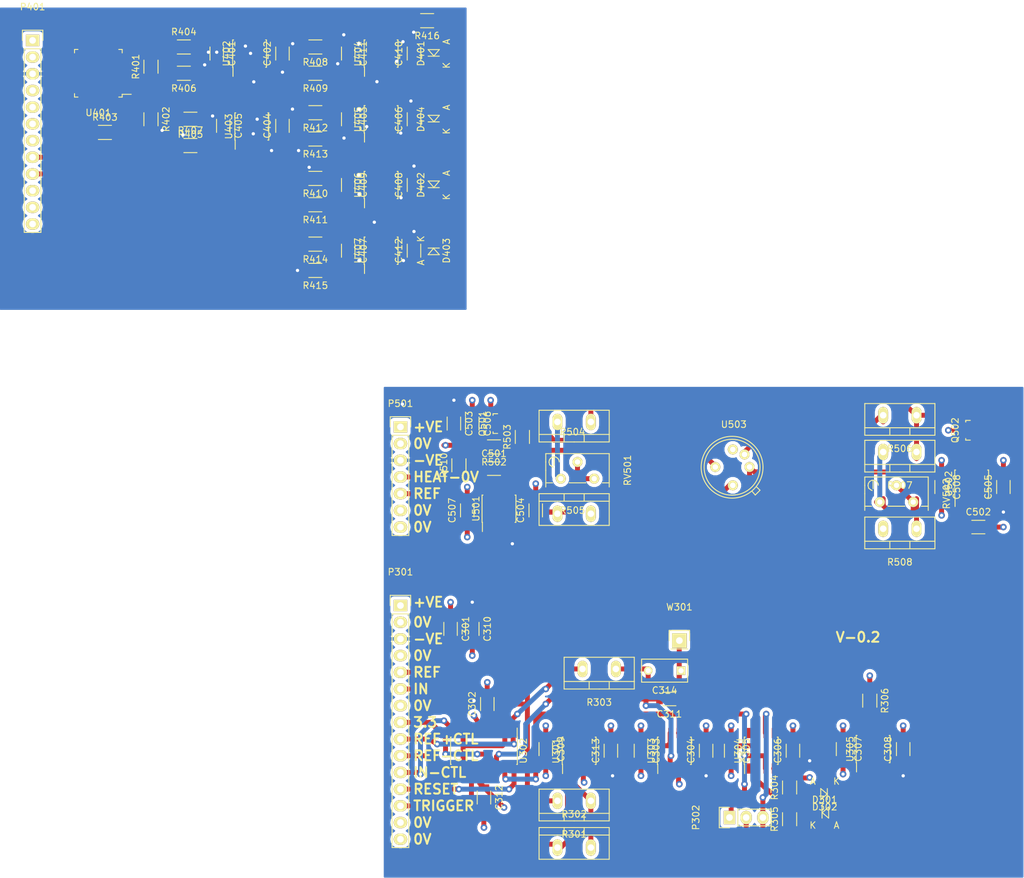
<source format=kicad_pcb>
(kicad_pcb (version 4) (host pcbnew 4.0.4+dfsg1-stable)
  (layers (0 F.Cu signal) (1 In1.Cu signal hide) (2 In2.Cu signal hide) (31 B.Cu signal hide) (35 F.Paste user) (37 F.SilkS user) (39 F.Mask user) (44 Edge.Cuts user))
  (net 0 "")
  (net 1 +VE)
  (net 2 -VE)
  (net 3 REF)
  (net 4 "Net-(C501-Pad1)")
  (net 5 "Net-(C501-Pad2)")
  (net 6 "Net-(C502-Pad1)")
  (net 7 "Net-(R502-Pad1)")
  (net 8 "Net-(R504-Pad2)")
  (net 9 "Net-(R505-Pad1)")
  (net 10 "Net-(Q502-Pad1)")
  (net 11 "Net-(R508-Pad1)")
  (net 12 "Net-(Q502-Pad2)")
  (net 13 "Net-(Q501-Pad2)")
  (net 14 "Net-(R503-Pad2)")
  (net 15 "Net-(C311-Pad1)")
  (net 16 "Net-(C311-Pad2)")
  (net 17 "Net-(D301-Pad2)")
  (net 18 "Net-(D301-Pad1)")
  (net 19 IN)
  (net 20 3.3V)
  (net 21 REF_PLUS_CTL)
  (net 22 REF_SUB_CTL)
  (net 23 IN_CTL)
  (net 24 RESET)
  (net 25 TRIGGER)
  (net 26 "Net-(P302-Pad2)")
  (net 27 "Net-(R301-Pad1)")
  (net 28 "Net-(R302-Pad1)")
  (net 29 "Net-(R303-Pad2)")
  (net 30 AGND)
  (net 31 OUT)
  (net 32 "Net-(D401-Pad2)")
  (net 33 "Net-(D402-Pad2)")
  (net 34 "Net-(D403-Pad1)")
  (net 35 "Net-(D404-Pad1)")
  (net 36 REF-CTL)
  (net 37 I-FB)
  (net 38 V-FB)
  (net 39 H-GND)
  (net 40 "Net-(R404-Pad1)")
  (net 41 I-SET)
  (net 42 "Net-(R405-Pad1)")
  (net 43 V-SET)
  (net 44 "Net-(R406-Pad1)")
  (net 45 "Net-(R407-Pad1)")
  (net 46 "Net-(R408-Pad1)")
  (net 47 "Net-(R410-Pad1)")
  (net 48 "Net-(R412-Pad1)")
  (net 49 "Net-(R414-Pad1)")
  (net 50 "Net-(R401-Pad1)")
  (net 51 "Net-(R402-Pad1)")
  (net 52 REFGND)
  (net 53 "Net-(R403-Pad2)")
  (net 54 V-OUT-3)
  (net 55 V-OUT-4)
  (module Housings_SOIC:SOIC-16_3.9x9.9mm_Pitch1.27mm (layer F.Cu) (at 56.642 85.09 270)
    (fp_text reference U302 (at 0 -6 270) (layer F.SilkS))
    (fp_text value DG444)
    (pad 1 smd rect (at -2.7 -4.445 270) (size 1.5 0.6) (layers F.Cu F.Paste F.Mask) (net 21 REF_PLUS_CTL))
    (pad 2 smd rect (at -2.7 -3.175 270) (size 1.5 0.6) (layers F.Cu F.Paste F.Mask) (net 29 "Net-(R303-Pad2)"))
    (pad 3 smd rect (at -2.7 -1.905 270) (size 1.5 0.6) (layers F.Cu F.Paste F.Mask) (net 3 REF))
    (pad 4 smd rect (at -2.7 -0.635 270) (size 1.5 0.6) (layers F.Cu F.Paste F.Mask) (net 2 -VE))
    (pad 5 smd rect (at -2.7 0.635 270) (size 1.5 0.6) (layers F.Cu F.Paste F.Mask) (net 30 AGND))
    (pad 6 smd rect (at -2.7 1.905 270) (size 1.5 0.6) (layers F.Cu F.Paste F.Mask) (net 19 IN))
    (pad 7 smd rect (at -2.7 3.175 270) (size 1.5 0.6) (layers F.Cu F.Paste F.Mask) (net 29 "Net-(R303-Pad2)"))
    (pad 8 smd rect (at -2.7 4.445 270) (size 1.5 0.6) (layers F.Cu F.Paste F.Mask) (net 23 IN_CTL))
    (pad 9 smd rect (at 2.7 4.445 270) (size 1.5 0.6) (layers F.Cu F.Paste F.Mask) (net 22 REF_SUB_CTL))
    (pad 10 smd rect (at 2.7 3.175 270) (size 1.5 0.6) (layers F.Cu F.Paste F.Mask) (net 29 "Net-(R303-Pad2)"))
    (pad 11 smd rect (at 2.7 1.905 270) (size 1.5 0.6) (layers F.Cu F.Paste F.Mask) (net 28 "Net-(R302-Pad1)"))
    (pad 12 smd rect (at 2.7 0.635 270) (size 1.5 0.6) (layers F.Cu F.Paste F.Mask) (net 1 +VE))
    (pad 13 smd rect (at 2.7 -0.635 270) (size 1.5 0.6) (layers F.Cu F.Paste F.Mask) (net 20 3.3V))
    (pad 14 smd rect (at 2.7 -1.905 270) (size 1.5 0.6) (layers F.Cu F.Paste F.Mask) (net 16 "Net-(C311-Pad2)"))
    (pad 15 smd rect (at 2.7 -3.175 270) (size 1.5 0.6) (layers F.Cu F.Paste F.Mask) (net 15 "Net-(C311-Pad1)"))
    (pad 16 smd rect (at 2.7 -4.445 270) (size 1.5 0.6) (layers F.Cu F.Paste F.Mask) (net 24 RESET))
  )
  (module TO_SOT_Packages_SMD:SOT-23 (layer F.Cu) (at 58.674 35.306 90)
    (fp_text reference Q501 (at 0 -2.25 90) (layer F.SilkS))
    (fp_text value MMBT3904)
    (pad 1 smd rect (at -0.95 1.00076 90) (size 0.8001 0.8001) (layers F.Cu F.Paste F.Mask) (net 5 "Net-(C501-Pad2)"))
    (pad 2 smd rect (at 0.95 1.00076 90) (size 0.8001 0.8001) (layers F.Cu F.Paste F.Mask) (net 13 "Net-(Q501-Pad2)"))
    (pad 3 smd rect (at 0 -0.99822 90) (size 0.8001 0.8001) (layers F.Cu F.Paste F.Mask) (net 1 +VE))
  )
  (module Capacitors_SMD:C_1206 (layer F.Cu) (at 58.166 42.164)
    (fp_text reference C501 (at 0 -2.3) (layer F.SilkS))
    (fp_text value 10uF)
    (pad 1 smd rect (at -1.5 0) (size 1 1.6) (layers F.Cu F.Paste F.Mask) (net 4 "Net-(C501-Pad1)"))
    (pad 2 smd rect (at 1.5 0) (size 1 1.6) (layers F.Cu F.Paste F.Mask) (net 5 "Net-(C501-Pad2)"))
  )
  (module Capacitors_SMD:C_1206 (layer F.Cu) (at 131.826 51.054)
    (fp_text reference C502 (at 0 -2.3) (layer F.SilkS))
    (fp_text value 10p)
    (pad 1 smd rect (at -1.5 0) (size 1 1.6) (layers F.Cu F.Paste F.Mask) (net 6 "Net-(C502-Pad1)"))
    (pad 2 smd rect (at 1.5 0) (size 1 1.6) (layers F.Cu F.Paste F.Mask) (net 30 AGND))
  )
  (module Capacitors_SMD:C_1206 (layer F.Cu) (at 52.07 35.306 270)
    (fp_text reference C503 (at 0 -2.3 270) (layer F.SilkS))
    (fp_text value 10uF)
    (pad 1 smd rect (at -1.5 0 270) (size 1 1.6) (layers F.Cu F.Paste F.Mask) (net 2 -VE))
    (pad 2 smd rect (at 1.5 0 270) (size 1 1.6) (layers F.Cu F.Paste F.Mask) (net 30 AGND))
  )
  (module Capacitors_SMD:C_1206 (layer F.Cu) (at 64.516 48.514 90)
    (fp_text reference C504 (at 0 -2.3 90) (layer F.SilkS))
    (fp_text value 0.1uF)
    (pad 1 smd rect (at -1.5 0 90) (size 1 1.6) (layers F.Cu F.Paste F.Mask) (net 2 -VE))
    (pad 2 smd rect (at 1.5 0 90) (size 1 1.6) (layers F.Cu F.Paste F.Mask) (net 30 AGND))
  )
  (module Capacitors_SMD:C_1206 (layer F.Cu) (at 135.636 44.958 90)
    (fp_text reference C505 (at 0 -2.3 90) (layer F.SilkS))
    (fp_text value 0.1uF)
    (pad 1 smd rect (at -1.5 0 90) (size 1 1.6) (layers F.Cu F.Paste F.Mask) (net 2 -VE))
    (pad 2 smd rect (at 1.5 0 90) (size 1 1.6) (layers F.Cu F.Paste F.Mask) (net 30 AGND))
  )
  (module Resistors_SMD:R_1206 (layer F.Cu) (at 58.166 38.862 180)
    (fp_text reference R502 (at 0 -2.3 180) (layer F.SilkS))
    (fp_text value 1M)
    (pad 1 smd rect (at -1.45 0 180) (size 0.9 1.7) (layers F.Cu F.Paste F.Mask) (net 7 "Net-(R502-Pad1)"))
    (pad 2 smd rect (at 1.45 0 180) (size 0.9 1.7) (layers F.Cu F.Paste F.Mask) (net 4 "Net-(C501-Pad1)"))
  )
  (module Resistors_SMD:R_1206 (layer F.Cu) (at 62.484 37.338 90)
    (fp_text reference R503 (at 0 -2.3 90) (layer F.SilkS))
    (fp_text value 10k)
    (pad 1 smd rect (at -1.45 0 90) (size 0.9 1.7) (layers F.Cu F.Paste F.Mask) (net 7 "Net-(R502-Pad1)"))
    (pad 2 smd rect (at 1.45 0 90) (size 0.9 1.7) (layers F.Cu F.Paste F.Mask) (net 14 "Net-(R503-Pad2)"))
  )
  (module Housings_SOIC:SOIC-8_3.9x4.9mm_Pitch1.27mm (layer F.Cu) (at 58.928 48.26 90)
    (fp_text reference U501 (at 0 -3.5 90) (layer F.SilkS))
    (fp_text value LM741)
    (pad 1 smd rect (at -2.7 -1.905 90) (size 1.55 0.6) (layers F.Cu F.Paste F.Mask))
    (pad 2 smd rect (at -2.7 -0.635 90) (size 1.55 0.6) (layers F.Cu F.Paste F.Mask) (net 7 "Net-(R502-Pad1)"))
    (pad 3 smd rect (at -2.7 0.635 90) (size 1.55 0.6) (layers F.Cu F.Paste F.Mask) (net 9 "Net-(R505-Pad1)"))
    (pad 4 smd rect (at -2.7 1.905 90) (size 1.55 0.6) (layers F.Cu F.Paste F.Mask) (net 2 -VE))
    (pad 5 smd rect (at 2.7 1.905 90) (size 1.55 0.6) (layers F.Cu F.Paste F.Mask))
    (pad 6 smd rect (at 2.7 0.635 90) (size 1.55 0.6) (layers F.Cu F.Paste F.Mask) (net 5 "Net-(C501-Pad2)"))
    (pad 7 smd rect (at 2.7 -0.635 90) (size 1.55 0.6) (layers F.Cu F.Paste F.Mask) (net 1 +VE))
    (pad 8 smd rect (at 2.7 -1.905 90) (size 1.55 0.6) (layers F.Cu F.Paste F.Mask))
  )
  (module Housings_SOIC:SOIC-8_3.9x4.9mm_Pitch1.27mm (layer F.Cu) (at 130.81 44.45 90)
    (fp_text reference U502 (at 0 -3.5 90) (layer F.SilkS))
    (fp_text value LM741)
    (pad 1 smd rect (at -2.7 -1.905 90) (size 1.55 0.6) (layers F.Cu F.Paste F.Mask))
    (pad 2 smd rect (at -2.7 -0.635 90) (size 1.55 0.6) (layers F.Cu F.Paste F.Mask) (net 6 "Net-(C502-Pad1)"))
    (pad 3 smd rect (at -2.7 0.635 90) (size 1.55 0.6) (layers F.Cu F.Paste F.Mask) (net 3 REF))
    (pad 4 smd rect (at -2.7 1.905 90) (size 1.55 0.6) (layers F.Cu F.Paste F.Mask) (net 2 -VE))
    (pad 5 smd rect (at 2.7 1.905 90) (size 1.55 0.6) (layers F.Cu F.Paste F.Mask))
    (pad 6 smd rect (at 2.7 0.635 90) (size 1.55 0.6) (layers F.Cu F.Paste F.Mask) (net 10 "Net-(Q502-Pad1)"))
    (pad 7 smd rect (at 2.7 -0.635 90) (size 1.55 0.6) (layers F.Cu F.Paste F.Mask) (net 1 +VE))
    (pad 8 smd rect (at 2.7 -1.905 90) (size 1.55 0.6) (layers F.Cu F.Paste F.Mask))
  )
  (module Pin_Headers:Pin_Header_Straight_1x07 (layer F.Cu) (at 43.942 35.814)
    (fp_text reference P501 (at 0 -3.556) (layer F.SilkS))
    (fp_text value CONN_01X07)
    (pad 1 thru_hole rect (at 0 0) (size 2.032 1.7272) (drill 1.016) (layers *.Cu *.Mask F.SilkS) (net 1 +VE))
    (pad 2 thru_hole oval (at 0 2.54) (size 2.032 1.7272) (drill 1.016) (layers *.Cu *.Mask F.SilkS) (net 30 AGND))
    (pad 3 thru_hole oval (at 0 5.08) (size 2.032 1.7272) (drill 1.016) (layers *.Cu *.Mask F.SilkS) (net 2 -VE))
    (pad 4 thru_hole oval (at 0 7.62) (size 2.032 1.7272) (drill 1.016) (layers *.Cu *.Mask F.SilkS) (net 39 H-GND))
    (pad 5 thru_hole oval (at 0 10.16) (size 2.032 1.7272) (drill 1.016) (layers *.Cu *.Mask F.SilkS) (net 3 REF))
    (pad 6 thru_hole oval (at 0 12.7) (size 2.032 1.7272) (drill 1.016) (layers *.Cu *.Mask F.SilkS) (net 30 AGND))
    (pad 7 thru_hole oval (at 0 15.24) (size 2.032 1.7272) (drill 1.016) (layers *.Cu *.Mask F.SilkS) (net 30 AGND))
  )
  (module TO_SOT_Packages_SMD:SOT-23 (layer F.Cu) (at 130.556 36.322 90)
    (fp_text reference Q502 (at 0 -2.25 90) (layer F.SilkS))
    (fp_text value MMBT3904)
    (pad 1 smd rect (at -0.95 1.00076 90) (size 0.8001 0.8001) (layers F.Cu F.Paste F.Mask) (net 10 "Net-(Q502-Pad1)"))
    (pad 2 smd rect (at 0.95 1.00076 90) (size 0.8001 0.8001) (layers F.Cu F.Paste F.Mask) (net 12 "Net-(Q502-Pad2)"))
    (pad 3 smd rect (at 0 -0.99822 90) (size 0.8001 0.8001) (layers F.Cu F.Paste F.Mask) (net 1 +VE))
  )
  (module Potentiometers:Potentiometer_Bourns_3296Y_3-8Zoll_Angular_ScrewUp (layer F.Cu) (at 68.326 43.688 270)
    (fp_text reference RV501 (at -1.27 -10.16 270) (layer F.SilkS))
    (fp_text value 1k)
    (pad 2 thru_hole circle (at -2.54 -2.54 270) (size 1.524 1.524) (drill 0.8128) (layers *.Cu *.Mask F.SilkS) (net 9 "Net-(R505-Pad1)"))
    (pad 3 thru_hole circle (at 0 -5.08 270) (size 1.524 1.524) (drill 0.8128) (layers *.Cu *.Mask F.SilkS) (net 9 "Net-(R505-Pad1)"))
    (pad 1 thru_hole circle (at 0 0 270) (size 1.524 1.524) (drill 0.8128) (layers *.Cu *.Mask F.SilkS) (net 8 "Net-(R504-Pad2)"))
  )
  (module Resistors_ThroughHole:Resistor_TO-220_Vertical (layer F.Cu) (at 70.358 35.052 180)
    (fp_text reference R504 (at 0.254 -1.524 180) (layer F.SilkS))
    (fp_text value 1k)
    (pad 1 thru_hole oval (at -2.54 0 270) (size 2.49936 1.50114) (drill 1.00076) (layers *.Cu *.Mask F.SilkS) (net 12 "Net-(Q502-Pad2)"))
    (pad 2 thru_hole oval (at 2.54 0 270) (size 2.49936 1.50114) (drill 1.00076) (layers *.Cu *.Mask F.SilkS) (net 8 "Net-(R504-Pad2)"))
  )
  (module Resistors_ThroughHole:Resistor_TO-220_Vertical (layer F.Cu) (at 70.358 49.022)
    (fp_text reference R505 (at -0.254 -0.508) (layer F.SilkS))
    (fp_text value 10k)
    (pad 1 thru_hole oval (at -2.54 0 90) (size 2.49936 1.50114) (drill 1.00076) (layers *.Cu *.Mask F.SilkS) (net 9 "Net-(R505-Pad1)"))
    (pad 2 thru_hole oval (at 2.54 0 90) (size 2.49936 1.50114) (drill 1.00076) (layers *.Cu *.Mask F.SilkS) (net 30 AGND))
  )
  (module Resistors_ThroughHole:Resistor_TO-220_Vertical (layer F.Cu) (at 119.888 34.036 180)
    (fp_text reference R506 (at 0 -5.08 180) (layer F.SilkS))
    (fp_text value 120)
    (pad 1 thru_hole oval (at -2.54 0 270) (size 2.49936 1.50114) (drill 1.00076) (layers *.Cu *.Mask F.SilkS) (net 12 "Net-(Q502-Pad2)"))
    (pad 2 thru_hole oval (at 2.54 0 270) (size 2.49936 1.50114) (drill 1.00076) (layers *.Cu *.Mask F.SilkS) (net 3 REF))
  )
  (module Resistors_ThroughHole:Resistor_TO-220_Vertical (layer F.Cu) (at 119.888 39.624 180)
    (fp_text reference R507 (at 0 -5.08 180) (layer F.SilkS))
    (fp_text value 5.1k)
    (pad 1 thru_hole oval (at -2.54 0 270) (size 2.49936 1.50114) (drill 1.00076) (layers *.Cu *.Mask F.SilkS) (net 12 "Net-(Q502-Pad2)"))
    (pad 2 thru_hole oval (at 2.54 0 270) (size 2.49936 1.50114) (drill 1.00076) (layers *.Cu *.Mask F.SilkS) (net 6 "Net-(C502-Pad1)"))
  )
  (module Resistors_ThroughHole:Resistor_TO-220_Vertical (layer F.Cu) (at 119.888 51.308 180)
    (fp_text reference R508 (at 0 -5.08 180) (layer F.SilkS))
    (fp_text value 10k)
    (pad 1 thru_hole oval (at -2.54 0 270) (size 2.49936 1.50114) (drill 1.00076) (layers *.Cu *.Mask F.SilkS) (net 11 "Net-(R508-Pad1)"))
    (pad 2 thru_hole oval (at 2.54 0 270) (size 2.49936 1.50114) (drill 1.00076) (layers *.Cu *.Mask F.SilkS) (net 30 AGND))
  )
  (module Resistors_SMD:R_1206 (layer F.Cu) (at 52.832 41.656 90)
    (fp_text reference R510 (at 0 -2.3 90) (layer F.SilkS))
    (fp_text value R)
    (pad 1 smd rect (at -1.45 0 90) (size 0.9 1.7) (layers F.Cu F.Paste F.Mask) (net 39 H-GND))
    (pad 2 smd rect (at 1.45 0 90) (size 0.9 1.7) (layers F.Cu F.Paste F.Mask) (net 30 AGND))
  )
  (module Potentiometers:Potentiometer_Bourns_3296Y_3-8Zoll_Angular_ScrewUp (layer F.Cu) (at 116.84 47.244 270)
    (fp_text reference RV502 (at -1.27 -10.16 270) (layer F.SilkS))
    (fp_text value 1k)
    (pad 2 thru_hole circle (at -2.54 -2.54 270) (size 1.524 1.524) (drill 0.8128) (layers *.Cu *.Mask F.SilkS) (net 11 "Net-(R508-Pad1)"))
    (pad 3 thru_hole circle (at 0 -5.08 270) (size 1.524 1.524) (drill 0.8128) (layers *.Cu *.Mask F.SilkS) (net 11 "Net-(R508-Pad1)"))
    (pad 1 thru_hole circle (at 0 0 270) (size 1.524 1.524) (drill 0.8128) (layers *.Cu *.Mask F.SilkS) (net 6 "Net-(C502-Pad1)"))
  )
  (module footprint:TO-5_Housing_2DW232_5Pin (layer F.Cu) (at 94.488 41.91)
    (fp_text reference U503 (at 0.15 -6.475) (layer F.SilkS))
    (fp_text value 2DW232)
    (pad 3 thru_hole circle (at -2.667 0 90) (size 1.524 1.524) (drill 0.85) (layers *.Cu *.Mask F.SilkS) (net 14 "Net-(R503-Pad2)"))
    (pad 5 thru_hole circle (at 0 2.794 90) (size 1.524 1.524) (drill 0.85) (layers *.Cu *.Mask F.SilkS) (net 39 H-GND))
    (pad 1 thru_hole circle (at 2.54 0 90) (size 1.524 1.524) (drill 0.85) (layers *.Cu *.Mask F.SilkS) (net 3 REF))
    (pad 2 thru_hole circle (at 0 -2.667 90) (size 1.524 1.524) (drill 0.85) (layers *.Cu *.Mask F.SilkS) (net 30 AGND))
    (pad 4 thru_hole circle (at 1.778 -1.905 90) (size 1.524 1.524) (drill 0.85) (layers *.Cu *.Mask F.SilkS) (net 13 "Net-(Q501-Pad2)"))
  )
  (module Capacitors_SMD:C_1206 (layer F.Cu) (at 54.864 35.306 270)
    (fp_text reference C506 (at 0 -2.3 270) (layer F.SilkS))
    (fp_text value 10uF)
    (pad 1 smd rect (at -1.5 0 270) (size 1 1.6) (layers F.Cu F.Paste F.Mask) (net 1 +VE))
    (pad 2 smd rect (at 1.5 0 270) (size 1 1.6) (layers F.Cu F.Paste F.Mask) (net 30 AGND))
  )
  (module Capacitors_SMD:C_1206 (layer F.Cu) (at 54.102 48.514 90)
    (fp_text reference C507 (at 0 -2.3 90) (layer F.SilkS))
    (fp_text value 0.1uF)
    (pad 1 smd rect (at -1.5 0 90) (size 1 1.6) (layers F.Cu F.Paste F.Mask) (net 1 +VE))
    (pad 2 smd rect (at 1.5 0 90) (size 1 1.6) (layers F.Cu F.Paste F.Mask) (net 30 AGND))
  )
  (module Capacitors_SMD:C_1206 (layer F.Cu) (at 126.238 44.958 270)
    (fp_text reference C508 (at 0 -2.3 270) (layer F.SilkS))
    (fp_text value 0.1uF)
    (pad 1 smd rect (at -1.5 0 270) (size 1 1.6) (layers F.Cu F.Paste F.Mask) (net 1 +VE))
    (pad 2 smd rect (at 1.5 0 270) (size 1 1.6) (layers F.Cu F.Paste F.Mask) (net 30 AGND))
  )
  (module Capacitors_SMD:C_1206 (layer F.Cu) (at 51.562 66.548 270)
    (fp_text reference C301 (at 0 -2.3 270) (layer F.SilkS))
    (fp_text value C)
    (pad 1 smd rect (at -1.5 0 270) (size 1 1.6) (layers F.Cu F.Paste F.Mask) (net 1 +VE))
    (pad 2 smd rect (at 1.5 0 270) (size 1 1.6) (layers F.Cu F.Paste F.Mask) (net 30 AGND))
  )
  (module Capacitors_SMD:C_1206 (layer F.Cu) (at 57.15 77.978 90)
    (fp_text reference C302 (at 0 -2.3 90) (layer F.SilkS))
    (fp_text value C)
    (pad 1 smd rect (at -1.5 0 90) (size 1 1.6) (layers F.Cu F.Paste F.Mask) (net 2 -VE))
    (pad 2 smd rect (at 1.5 0 90) (size 1 1.6) (layers F.Cu F.Paste F.Mask) (net 30 AGND))
  )
  (module Capacitors_SMD:C_1206 (layer F.Cu) (at 80.518 85.09 270)
    (fp_text reference C303 (at 0 -2.3 270) (layer F.SilkS))
    (fp_text value C)
    (pad 1 smd rect (at -1.5 0 270) (size 1 1.6) (layers F.Cu F.Paste F.Mask) (net 1 +VE))
    (pad 2 smd rect (at 1.5 0 270) (size 1 1.6) (layers F.Cu F.Paste F.Mask) (net 30 AGND))
  )
  (module Capacitors_SMD:C_1206 (layer F.Cu) (at 90.424 85.09 90)
    (fp_text reference C304 (at 0 -2.3 90) (layer F.SilkS))
    (fp_text value C)
    (pad 1 smd rect (at -1.5 0 90) (size 1 1.6) (layers F.Cu F.Paste F.Mask) (net 2 -VE))
    (pad 2 smd rect (at 1.5 0 90) (size 1 1.6) (layers F.Cu F.Paste F.Mask) (net 30 AGND))
  )
  (module Capacitors_SMD:C_1206 (layer F.Cu) (at 94.234 85.09 270)
    (fp_text reference C305 (at 0 -2.3 270) (layer F.SilkS))
    (fp_text value C)
    (pad 1 smd rect (at -1.5 0 270) (size 1 1.6) (layers F.Cu F.Paste F.Mask) (net 1 +VE))
    (pad 2 smd rect (at 1.5 0 270) (size 1 1.6) (layers F.Cu F.Paste F.Mask) (net 30 AGND))
  )
  (module Capacitors_SMD:C_1206 (layer F.Cu) (at 103.632 85.09 90)
    (fp_text reference C306 (at 0 -2.3 90) (layer F.SilkS))
    (fp_text value C)
    (pad 1 smd rect (at -1.5 0 90) (size 1 1.6) (layers F.Cu F.Paste F.Mask) (net 2 -VE))
    (pad 2 smd rect (at 1.5 0 90) (size 1 1.6) (layers F.Cu F.Paste F.Mask) (net 30 AGND))
  )
  (module Capacitors_SMD:C_1206 (layer F.Cu) (at 111.252 84.836 270)
    (fp_text reference C307 (at 0 -2.3 270) (layer F.SilkS))
    (fp_text value C)
    (pad 1 smd rect (at -1.5 0 270) (size 1 1.6) (layers F.Cu F.Paste F.Mask) (net 1 +VE))
    (pad 2 smd rect (at 1.5 0 270) (size 1 1.6) (layers F.Cu F.Paste F.Mask) (net 30 AGND))
  )
  (module Capacitors_SMD:C_1206 (layer F.Cu) (at 120.396 84.836 90)
    (fp_text reference C308 (at 0 -2.3 90) (layer F.SilkS))
    (fp_text value C)
    (pad 1 smd rect (at -1.5 0 90) (size 1 1.6) (layers F.Cu F.Paste F.Mask) (net 2 -VE))
    (pad 2 smd rect (at 1.5 0 90) (size 1 1.6) (layers F.Cu F.Paste F.Mask) (net 30 AGND))
  )
  (module Capacitors_SMD:C_1206 (layer F.Cu) (at 66.04 84.836 270)
    (fp_text reference C309 (at 0 -2.3 270) (layer F.SilkS))
    (fp_text value C)
    (pad 1 smd rect (at -1.5 0 270) (size 1 1.6) (layers F.Cu F.Paste F.Mask) (net 1 +VE))
    (pad 2 smd rect (at 1.5 0 270) (size 1 1.6) (layers F.Cu F.Paste F.Mask) (net 30 AGND))
  )
  (module Capacitors_SMD:C_1206 (layer F.Cu) (at 54.864 66.548 270)
    (fp_text reference C310 (at 0 -2.3 270) (layer F.SilkS))
    (fp_text value C)
    (pad 1 smd rect (at -1.5 0 270) (size 1 1.6) (layers F.Cu F.Paste F.Mask) (net 2 -VE))
    (pad 2 smd rect (at 1.5 0 270) (size 1 1.6) (layers F.Cu F.Paste F.Mask) (net 30 AGND))
  )
  (module Capacitors_SMD:C_1206 (layer F.Cu) (at 84.836 77.216 180)
    (fp_text reference C311 (at 0 -2.3 180) (layer F.SilkS))
    (fp_text value C)
    (pad 1 smd rect (at -1.5 0 180) (size 1 1.6) (layers F.Cu F.Paste F.Mask) (net 15 "Net-(C311-Pad1)"))
    (pad 2 smd rect (at 1.5 0 180) (size 1 1.6) (layers F.Cu F.Paste F.Mask) (net 16 "Net-(C311-Pad2)"))
  )
  (module Capacitors_SMD:C_1206 (layer F.Cu) (at 56.642 92.202 270)
    (fp_text reference C312 (at 0 -2.3 270) (layer F.SilkS))
    (fp_text value C)
    (pad 1 smd rect (at -1.5 0 270) (size 1 1.6) (layers F.Cu F.Paste F.Mask) (net 1 +VE))
    (pad 2 smd rect (at 1.5 0 270) (size 1 1.6) (layers F.Cu F.Paste F.Mask) (net 30 AGND))
  )
  (module Capacitors_SMD:C_1206 (layer F.Cu) (at 75.946 85.09 90)
    (fp_text reference C313 (at 0 -2.3 90) (layer F.SilkS))
    (fp_text value C)
    (pad 1 smd rect (at -1.5 0 90) (size 1 1.6) (layers F.Cu F.Paste F.Mask) (net 2 -VE))
    (pad 2 smd rect (at 1.5 0 90) (size 1 1.6) (layers F.Cu F.Paste F.Mask) (net 30 AGND))
  )
  (module Pin_Headers:Pin_Header_Straight_1x15 (layer F.Cu) (at 43.942 62.992)
    (fp_text reference P301 (at 0 -5.1) (layer F.SilkS))
    (fp_text value CONN_01X15)
    (pad 1 thru_hole rect (at 0 0) (size 2.032 1.7272) (drill 1.016) (layers *.Cu *.Mask F.SilkS) (net 1 +VE))
    (pad 2 thru_hole oval (at 0 2.54) (size 2.032 1.7272) (drill 1.016) (layers *.Cu *.Mask F.SilkS) (net 30 AGND))
    (pad 3 thru_hole oval (at 0 5.08) (size 2.032 1.7272) (drill 1.016) (layers *.Cu *.Mask F.SilkS) (net 2 -VE))
    (pad 4 thru_hole oval (at 0 7.62) (size 2.032 1.7272) (drill 1.016) (layers *.Cu *.Mask F.SilkS) (net 30 AGND))
    (pad 5 thru_hole oval (at 0 10.16) (size 2.032 1.7272) (drill 1.016) (layers *.Cu *.Mask F.SilkS) (net 3 REF))
    (pad 6 thru_hole oval (at 0 12.7) (size 2.032 1.7272) (drill 1.016) (layers *.Cu *.Mask F.SilkS) (net 19 IN))
    (pad 7 thru_hole oval (at 0 15.24) (size 2.032 1.7272) (drill 1.016) (layers *.Cu *.Mask F.SilkS) (net 30 AGND))
    (pad 8 thru_hole oval (at 0 17.78) (size 2.032 1.7272) (drill 1.016) (layers *.Cu *.Mask F.SilkS) (net 20 3.3V))
    (pad 9 thru_hole oval (at 0 20.32) (size 2.032 1.7272) (drill 1.016) (layers *.Cu *.Mask F.SilkS) (net 21 REF_PLUS_CTL))
    (pad 10 thru_hole oval (at 0 22.86) (size 2.032 1.7272) (drill 1.016) (layers *.Cu *.Mask F.SilkS) (net 22 REF_SUB_CTL))
    (pad 11 thru_hole oval (at 0 25.4) (size 2.032 1.7272) (drill 1.016) (layers *.Cu *.Mask F.SilkS) (net 23 IN_CTL))
    (pad 12 thru_hole oval (at 0 27.94) (size 2.032 1.7272) (drill 1.016) (layers *.Cu *.Mask F.SilkS) (net 24 RESET))
    (pad 13 thru_hole oval (at 0 30.48) (size 2.032 1.7272) (drill 1.016) (layers *.Cu *.Mask F.SilkS) (net 25 TRIGGER))
    (pad 14 thru_hole oval (at 0 33.02) (size 2.032 1.7272) (drill 1.016) (layers *.Cu *.Mask F.SilkS) (net 30 AGND))
    (pad 15 thru_hole oval (at 0 35.56) (size 2.032 1.7272) (drill 1.016) (layers *.Cu *.Mask F.SilkS) (net 30 AGND))
  )
  (module Pin_Headers:Pin_Header_Straight_1x03 (layer F.Cu) (at 93.98 95.25 90)
    (fp_text reference P302 (at 0 -5.1 90) (layer F.SilkS))
    (fp_text value CONN_01X03)
    (pad 1 thru_hole rect (at 0 0 90) (size 2.032 1.7272) (drill 1.016) (layers *.Cu *.Mask F.SilkS) (net 15 "Net-(C311-Pad1)"))
    (pad 2 thru_hole oval (at 0 2.54 90) (size 2.032 1.7272) (drill 1.016) (layers *.Cu *.Mask F.SilkS) (net 26 "Net-(P302-Pad2)"))
    (pad 3 thru_hole oval (at 0 5.08 90) (size 2.032 1.7272) (drill 1.016) (layers *.Cu *.Mask F.SilkS) (net 17 "Net-(D301-Pad2)"))
  )
  (module Resistors_ThroughHole:Resistor_TO-220_Vertical (layer F.Cu) (at 70.358 92.71 180)
    (fp_text reference R301 (at 0 -5.08 180) (layer F.SilkS))
    (fp_text value R)
    (pad 1 thru_hole oval (at -2.54 0 270) (size 2.49936 1.50114) (drill 1.00076) (layers *.Cu *.Mask F.SilkS) (net 27 "Net-(R301-Pad1)"))
    (pad 2 thru_hole oval (at 2.54 0 270) (size 2.49936 1.50114) (drill 1.00076) (layers *.Cu *.Mask F.SilkS) (net 3 REF))
  )
  (module Resistors_ThroughHole:Resistor_TO-220_Vertical (layer F.Cu) (at 70.358 99.822)
    (fp_text reference R302 (at 0 -5.08) (layer F.SilkS))
    (fp_text value R)
    (pad 1 thru_hole oval (at -2.54 0 90) (size 2.49936 1.50114) (drill 1.00076) (layers *.Cu *.Mask F.SilkS) (net 28 "Net-(R302-Pad1)"))
    (pad 2 thru_hole oval (at 2.54 0 90) (size 2.49936 1.50114) (drill 1.00076) (layers *.Cu *.Mask F.SilkS) (net 27 "Net-(R301-Pad1)"))
  )
  (module Resistors_ThroughHole:Resistor_TO-220_Vertical (layer F.Cu) (at 74.168 72.644 180)
    (fp_text reference R303 (at 0 -5.08 180) (layer F.SilkS))
    (fp_text value R)
    (pad 1 thru_hole oval (at -2.54 0 270) (size 2.49936 1.50114) (drill 1.00076) (layers *.Cu *.Mask F.SilkS) (net 16 "Net-(C311-Pad2)"))
    (pad 2 thru_hole oval (at 2.54 0 270) (size 2.49936 1.50114) (drill 1.00076) (layers *.Cu *.Mask F.SilkS) (net 29 "Net-(R303-Pad2)"))
  )
  (module Resistors_SMD:R_1206 (layer F.Cu) (at 103.124 90.678 90)
    (fp_text reference R304 (at 0 -2.3 90) (layer F.SilkS))
    (fp_text value 1k)
    (pad 1 smd rect (at -1.45 0 90) (size 0.9 1.7) (layers F.Cu F.Paste F.Mask) (net 18 "Net-(D301-Pad1)"))
    (pad 2 smd rect (at 1.45 0 90) (size 0.9 1.7) (layers F.Cu F.Paste F.Mask) (net 30 AGND))
  )
  (module Resistors_SMD:R_1206 (layer F.Cu) (at 103.124 95.504 90)
    (fp_text reference R305 (at 0 -2.3 90) (layer F.SilkS))
    (fp_text value 10k)
    (pad 1 smd rect (at -1.45 0 90) (size 0.9 1.7) (layers F.Cu F.Paste F.Mask) (net 17 "Net-(D301-Pad2)"))
    (pad 2 smd rect (at 1.45 0 90) (size 0.9 1.7) (layers F.Cu F.Paste F.Mask) (net 18 "Net-(D301-Pad1)"))
  )
  (module Resistors_SMD:R_1206 (layer F.Cu) (at 115.316 77.47 270)
    (fp_text reference R306 (at 0 -2.3 270) (layer F.SilkS))
    (fp_text value 5k)
    (pad 1 smd rect (at -1.45 0 270) (size 0.9 1.7) (layers F.Cu F.Paste F.Mask) (net 1 +VE))
    (pad 2 smd rect (at 1.45 0 270) (size 0.9 1.7) (layers F.Cu F.Paste F.Mask) (net 25 TRIGGER))
  )
  (module Housings_SOIC:SOIC-8_3.9x4.9mm_Pitch1.27mm (layer F.Cu) (at 71.12 85.09 90)
    (fp_text reference U301 (at 0 -3.5 90) (layer F.SilkS))
    (fp_text value LM741)
    (pad 1 smd rect (at -2.7 -1.905 90) (size 1.55 0.6) (layers F.Cu F.Paste F.Mask))
    (pad 2 smd rect (at -2.7 -0.635 90) (size 1.55 0.6) (layers F.Cu F.Paste F.Mask) (net 27 "Net-(R301-Pad1)"))
    (pad 3 smd rect (at -2.7 0.635 90) (size 1.55 0.6) (layers F.Cu F.Paste F.Mask) (net 30 AGND))
    (pad 4 smd rect (at -2.7 1.905 90) (size 1.55 0.6) (layers F.Cu F.Paste F.Mask) (net 2 -VE))
    (pad 5 smd rect (at 2.7 1.905 90) (size 1.55 0.6) (layers F.Cu F.Paste F.Mask))
    (pad 6 smd rect (at 2.7 0.635 90) (size 1.55 0.6) (layers F.Cu F.Paste F.Mask) (net 28 "Net-(R302-Pad1)"))
    (pad 7 smd rect (at 2.7 -0.635 90) (size 1.55 0.6) (layers F.Cu F.Paste F.Mask) (net 1 +VE))
    (pad 8 smd rect (at 2.7 -1.905 90) (size 1.55 0.6) (layers F.Cu F.Paste F.Mask))
  )
  (module Housings_SOIC:SOIC-8_3.9x4.9mm_Pitch1.27mm (layer F.Cu) (at 85.598 85.09 90)
    (fp_text reference U303 (at 0 -3.5 90) (layer F.SilkS))
    (fp_text value LM741)
    (pad 1 smd rect (at -2.7 -1.905 90) (size 1.55 0.6) (layers F.Cu F.Paste F.Mask))
    (pad 2 smd rect (at -2.7 -0.635 90) (size 1.55 0.6) (layers F.Cu F.Paste F.Mask) (net 16 "Net-(C311-Pad2)"))
    (pad 3 smd rect (at -2.7 0.635 90) (size 1.55 0.6) (layers F.Cu F.Paste F.Mask) (net 30 AGND))
    (pad 4 smd rect (at -2.7 1.905 90) (size 1.55 0.6) (layers F.Cu F.Paste F.Mask) (net 2 -VE))
    (pad 5 smd rect (at 2.7 1.905 90) (size 1.55 0.6) (layers F.Cu F.Paste F.Mask))
    (pad 6 smd rect (at 2.7 0.635 90) (size 1.55 0.6) (layers F.Cu F.Paste F.Mask) (net 15 "Net-(C311-Pad1)"))
    (pad 7 smd rect (at 2.7 -0.635 90) (size 1.55 0.6) (layers F.Cu F.Paste F.Mask) (net 1 +VE))
    (pad 8 smd rect (at 2.7 -1.905 90) (size 1.55 0.6) (layers F.Cu F.Paste F.Mask))
  )
  (module Housings_SOIC:SOIC-8_3.9x4.9mm_Pitch1.27mm (layer F.Cu) (at 98.806 85.09 90)
    (fp_text reference U304 (at 0 -3.5 90) (layer F.SilkS))
    (fp_text value LM741)
    (pad 1 smd rect (at -2.7 -1.905 90) (size 1.55 0.6) (layers F.Cu F.Paste F.Mask))
    (pad 2 smd rect (at -2.7 -0.635 90) (size 1.55 0.6) (layers F.Cu F.Paste F.Mask) (net 18 "Net-(D301-Pad1)"))
    (pad 3 smd rect (at -2.7 0.635 90) (size 1.55 0.6) (layers F.Cu F.Paste F.Mask) (net 15 "Net-(C311-Pad1)"))
    (pad 4 smd rect (at -2.7 1.905 90) (size 1.55 0.6) (layers F.Cu F.Paste F.Mask) (net 2 -VE))
    (pad 5 smd rect (at 2.7 1.905 90) (size 1.55 0.6) (layers F.Cu F.Paste F.Mask))
    (pad 6 smd rect (at 2.7 0.635 90) (size 1.55 0.6) (layers F.Cu F.Paste F.Mask) (net 17 "Net-(D301-Pad2)"))
    (pad 7 smd rect (at 2.7 -0.635 90) (size 1.55 0.6) (layers F.Cu F.Paste F.Mask) (net 1 +VE))
    (pad 8 smd rect (at 2.7 -1.905 90) (size 1.55 0.6) (layers F.Cu F.Paste F.Mask))
  )
  (module Housings_SOIC:SOIC-8_3.9x4.9mm_Pitch1.27mm (layer F.Cu) (at 115.824 84.836 90)
    (fp_text reference U305 (at 0 -3.5 90) (layer F.SilkS))
    (fp_text value LM311N)
    (pad 1 smd rect (at -2.7 -1.905 90) (size 1.55 0.6) (layers F.Cu F.Paste F.Mask) (net 30 AGND))
    (pad 2 smd rect (at -2.7 -0.635 90) (size 1.55 0.6) (layers F.Cu F.Paste F.Mask) (net 26 "Net-(P302-Pad2)"))
    (pad 3 smd rect (at -2.7 0.635 90) (size 1.55 0.6) (layers F.Cu F.Paste F.Mask) (net 30 AGND))
    (pad 4 smd rect (at -2.7 1.905 90) (size 1.55 0.6) (layers F.Cu F.Paste F.Mask) (net 2 -VE))
    (pad 5 smd rect (at 2.7 1.905 90) (size 1.55 0.6) (layers F.Cu F.Paste F.Mask))
    (pad 6 smd rect (at 2.7 0.635 90) (size 1.55 0.6) (layers F.Cu F.Paste F.Mask))
    (pad 7 smd rect (at 2.7 -0.635 90) (size 1.55 0.6) (layers F.Cu F.Paste F.Mask) (net 25 TRIGGER))
    (pad 8 smd rect (at 2.7 -1.905 90) (size 1.55 0.6) (layers F.Cu F.Paste F.Mask) (net 1 +VE))
  )
  (module Pin_Headers:Pin_Header_Straight_1x01 (layer F.Cu) (at 86.36 68.326)
    (fp_text reference W301 (at 0 -5.1) (layer F.SilkS))
    (fp_text value TEST_1P)
    (pad 1 thru_hole rect (at 0 0) (size 2.2352 2.2352) (drill 1.016) (layers *.Cu *.Mask F.SilkS) (net 15 "Net-(C311-Pad1)"))
  )
  (module Capacitors_ThroughHole:C_Rect_L7_W3.5_P5 (layer F.Cu) (at 86.614 72.898 180)
    (fp_text reference C314 (at 2.5 -3 180) (layer F.SilkS))
    (fp_text value C)
    (pad 1 thru_hole rect (at 0 0 180) (size 1.3 1.3) (drill 0.8) (layers *.Cu *.Mask F.SilkS) (net 15 "Net-(C311-Pad1)"))
    (pad 2 thru_hole circle (at 5 0 180) (size 1.3 1.3) (drill 0.8) (layers *.Cu *.Mask F.SilkS) (net 16 "Net-(C311-Pad2)"))
  )
  (module Diodes_SMD:MiniMELF_Standard (layer F.Cu) (at 108.458 94.488)
    (fp_text reference D301 (at 0 -1.95) (layer F.SilkS))
    (fp_text value 1N4148)
    (fp_text user K (at -1.8 1.95) (layer F.SilkS))
    (fp_text user A (at 1.8 1.95) (layer F.SilkS))
    (pad 1 smd rect (at -1.75006 0) (size 1.30048 1.69926) (layers F.Cu F.Paste F.Mask) (net 18 "Net-(D301-Pad1)"))
    (pad 2 smd rect (at 1.75006 0) (size 1.30048 1.69926) (layers F.Cu F.Paste F.Mask) (net 17 "Net-(D301-Pad2)"))
  )
  (module Diodes_SMD:MiniMELF_Standard (layer F.Cu) (at 108.458 91.694 180)
    (fp_text reference D302 (at 0 -1.95 180) (layer F.SilkS))
    (fp_text value 1N4148)
    (fp_text user K (at -1.8 1.95 180) (layer F.SilkS))
    (fp_text user A (at 1.8 1.95 180) (layer F.SilkS))
    (pad 1 smd rect (at -1.75006 0 180) (size 1.30048 1.69926) (layers F.Cu F.Paste F.Mask) (net 17 "Net-(D301-Pad2)"))
    (pad 2 smd rect (at 1.75006 0 180) (size 1.30048 1.69926) (layers F.Cu F.Paste F.Mask) (net 18 "Net-(D301-Pad1)"))
  )
  (module Capacitors_SMD:C_1206 (layer F.Cu) (at 16 -21 270)
    (fp_text reference C401 (at 0 -2.3 270) (layer F.SilkS))
    (fp_text value C)
    (pad 1 smd rect (at -1.5 0 270) (size 1 1.6) (layers F.Cu F.Paste F.Mask) (net 1 +VE))
    (pad 2 smd rect (at 1.5 0 270) (size 1 1.6) (layers F.Cu F.Paste F.Mask) (net 30 AGND))
  )
  (module Capacitors_SMD:C_1206 (layer F.Cu) (at 26 -21 90)
    (fp_text reference C402 (at 0 -2.3 90) (layer F.SilkS))
    (fp_text value C)
    (pad 1 smd rect (at -1.5 0 90) (size 1 1.6) (layers F.Cu F.Paste F.Mask) (net 2 -VE))
    (pad 2 smd rect (at 1.5 0 90) (size 1 1.6) (layers F.Cu F.Paste F.Mask) (net 30 AGND))
  )
  (module Capacitors_SMD:C_1206 (layer F.Cu) (at 36 -11 270)
    (fp_text reference C403 (at 0 -2.3 270) (layer F.SilkS))
    (fp_text value C)
    (pad 1 smd rect (at -1.5 0 270) (size 1 1.6) (layers F.Cu F.Paste F.Mask) (net 1 +VE))
    (pad 2 smd rect (at 1.5 0 270) (size 1 1.6) (layers F.Cu F.Paste F.Mask) (net 30 AGND))
  )
  (module Capacitors_SMD:C_1206 (layer F.Cu) (at 26 -10 90)
    (fp_text reference C404 (at 0 -2.3 90) (layer F.SilkS))
    (fp_text value C)
    (pad 1 smd rect (at -1.5 0 90) (size 1 1.6) (layers F.Cu F.Paste F.Mask) (net 2 -VE))
    (pad 2 smd rect (at 1.5 0 90) (size 1 1.6) (layers F.Cu F.Paste F.Mask) (net 30 AGND))
  )
  (module Capacitors_SMD:C_1206 (layer F.Cu) (at 17 -10 270)
    (fp_text reference C405 (at 0 -2.3 270) (layer F.SilkS))
    (fp_text value C)
    (pad 1 smd rect (at -1.5 0 270) (size 1 1.6) (layers F.Cu F.Paste F.Mask) (net 1 +VE))
    (pad 2 smd rect (at 1.5 0 270) (size 1 1.6) (layers F.Cu F.Paste F.Mask) (net 30 AGND))
  )
  (module Capacitors_SMD:C_1206 (layer F.Cu) (at 46 -11 90)
    (fp_text reference C406 (at 0 -2.3 90) (layer F.SilkS))
    (fp_text value C)
    (pad 1 smd rect (at -1.5 0 90) (size 1 1.6) (layers F.Cu F.Paste F.Mask) (net 2 -VE))
    (pad 2 smd rect (at 1.5 0 90) (size 1 1.6) (layers F.Cu F.Paste F.Mask) (net 30 AGND))
  )
  (module Capacitors_SMD:C_1206 (layer F.Cu) (at 36 9 270)
    (fp_text reference C407 (at 0 -2.3 270) (layer F.SilkS))
    (fp_text value C)
    (pad 1 smd rect (at -1.5 0 270) (size 1 1.6) (layers F.Cu F.Paste F.Mask) (net 1 +VE))
    (pad 2 smd rect (at 1.5 0 270) (size 1 1.6) (layers F.Cu F.Paste F.Mask) (net 30 AGND))
  )
  (module Capacitors_SMD:C_1206 (layer F.Cu) (at 46 -1 90)
    (fp_text reference C408 (at 0 -2.3 90) (layer F.SilkS))
    (fp_text value C)
    (pad 1 smd rect (at -1.5 0 90) (size 1 1.6) (layers F.Cu F.Paste F.Mask) (net 2 -VE))
    (pad 2 smd rect (at 1.5 0 90) (size 1 1.6) (layers F.Cu F.Paste F.Mask) (net 30 AGND))
  )
  (module Capacitors_SMD:C_1206 (layer F.Cu) (at 36 -1 270)
    (fp_text reference C409 (at 0 -2.3 270) (layer F.SilkS))
    (fp_text value C)
    (pad 1 smd rect (at -1.5 0 270) (size 1 1.6) (layers F.Cu F.Paste F.Mask) (net 1 +VE))
    (pad 2 smd rect (at 1.5 0 270) (size 1 1.6) (layers F.Cu F.Paste F.Mask) (net 30 AGND))
  )
  (module Capacitors_SMD:C_1206 (layer F.Cu) (at 46 -21 90)
    (fp_text reference C410 (at 0 -2.3 90) (layer F.SilkS))
    (fp_text value C)
    (pad 1 smd rect (at -1.5 0 90) (size 1 1.6) (layers F.Cu F.Paste F.Mask) (net 2 -VE))
    (pad 2 smd rect (at 1.5 0 90) (size 1 1.6) (layers F.Cu F.Paste F.Mask) (net 30 AGND))
  )
  (module Capacitors_SMD:C_1206 (layer F.Cu) (at 36 -21 270)
    (fp_text reference C411 (at 0 -2.3 270) (layer F.SilkS))
    (fp_text value C)
    (pad 1 smd rect (at -1.5 0 270) (size 1 1.6) (layers F.Cu F.Paste F.Mask) (net 1 +VE))
    (pad 2 smd rect (at 1.5 0 270) (size 1 1.6) (layers F.Cu F.Paste F.Mask) (net 30 AGND))
  )
  (module Capacitors_SMD:C_1206 (layer F.Cu) (at 46 9 90)
    (fp_text reference C412 (at 0 -2.3 90) (layer F.SilkS))
    (fp_text value C)
    (pad 1 smd rect (at -1.5 0 90) (size 1 1.6) (layers F.Cu F.Paste F.Mask) (net 2 -VE))
    (pad 2 smd rect (at 1.5 0 90) (size 1 1.6) (layers F.Cu F.Paste F.Mask) (net 30 AGND))
  )
  (module Diodes_SMD:MiniMELF_Standard (layer F.Cu) (at 49 -21 90)
    (fp_text reference D401 (at 0 -1.95 90) (layer F.SilkS))
    (fp_text value 1N4148)
    (fp_text user K (at -1.8 1.95 90) (layer F.SilkS))
    (fp_text user A (at 1.8 1.95 90) (layer F.SilkS))
    (pad 1 smd rect (at -1.75006 0 90) (size 1.30048 1.69926) (layers F.Cu F.Paste F.Mask) (net 31 OUT))
    (pad 2 smd rect (at 1.75006 0 90) (size 1.30048 1.69926) (layers F.Cu F.Paste F.Mask) (net 32 "Net-(D401-Pad2)"))
  )
  (module Diodes_SMD:MiniMELF_Standard (layer F.Cu) (at 49 -1 90)
    (fp_text reference D402 (at 0 -1.95 90) (layer F.SilkS))
    (fp_text value 1N4148)
    (fp_text user K (at -1.8 1.95 90) (layer F.SilkS))
    (fp_text user A (at 1.8 1.95 90) (layer F.SilkS))
    (pad 1 smd rect (at -1.75006 0 90) (size 1.30048 1.69926) (layers F.Cu F.Paste F.Mask) (net 31 OUT))
    (pad 2 smd rect (at 1.75006 0 90) (size 1.30048 1.69926) (layers F.Cu F.Paste F.Mask) (net 33 "Net-(D402-Pad2)"))
  )
  (module Diodes_SMD:MiniMELF_Standard (layer F.Cu) (at 49 9 270)
    (fp_text reference D403 (at 0 -1.95 270) (layer F.SilkS))
    (fp_text value 1N4148)
    (fp_text user K (at -1.8 1.95 270) (layer F.SilkS))
    (fp_text user A (at 1.8 1.95 270) (layer F.SilkS))
    (pad 1 smd rect (at -1.75006 0 270) (size 1.30048 1.69926) (layers F.Cu F.Paste F.Mask) (net 34 "Net-(D403-Pad1)"))
    (pad 2 smd rect (at 1.75006 0 270) (size 1.30048 1.69926) (layers F.Cu F.Paste F.Mask) (net 31 OUT))
  )
  (module Diodes_SMD:MiniMELF_Standard (layer F.Cu) (at 49 -11 90)
    (fp_text reference D404 (at 0 -1.95 90) (layer F.SilkS))
    (fp_text value 1N4148)
    (fp_text user K (at -1.8 1.95 90) (layer F.SilkS))
    (fp_text user A (at 1.8 1.95 90) (layer F.SilkS))
    (pad 1 smd rect (at -1.75006 0 90) (size 1.30048 1.69926) (layers F.Cu F.Paste F.Mask) (net 35 "Net-(D404-Pad1)"))
    (pad 2 smd rect (at 1.75006 0 90) (size 1.30048 1.69926) (layers F.Cu F.Paste F.Mask) (net 31 OUT))
  )
  (module Pin_Headers:Pin_Header_Straight_1x12 (layer F.Cu) (at -12 -23)
    (fp_text reference P401 (at 0 -5.1) (layer F.SilkS))
    (fp_text value CONN_01X12)
    (pad 1 thru_hole rect (at 0 0) (size 2.032 1.7272) (drill 1.016) (layers *.Cu *.Mask F.SilkS) (net 1 +VE))
    (pad 2 thru_hole oval (at 0 2.54) (size 2.032 1.7272) (drill 1.016) (layers *.Cu *.Mask F.SilkS) (net 30 AGND))
    (pad 3 thru_hole oval (at 0 5.08) (size 2.032 1.7272) (drill 1.016) (layers *.Cu *.Mask F.SilkS) (net 2 -VE))
    (pad 4 thru_hole oval (at 0 7.62) (size 2.032 1.7272) (drill 1.016) (layers *.Cu *.Mask F.SilkS) (net 31 OUT))
    (pad 5 thru_hole oval (at 0 10.16) (size 2.032 1.7272) (drill 1.016) (layers *.Cu *.Mask F.SilkS) (net 3 REF))
    (pad 6 thru_hole oval (at 0 12.7) (size 2.032 1.7272) (drill 1.016) (layers *.Cu *.Mask F.SilkS) (net 36 REF-CTL))
    (pad 7 thru_hole oval (at 0 15.24) (size 2.032 1.7272) (drill 1.016) (layers *.Cu *.Mask F.SilkS))
    (pad 8 thru_hole oval (at 0 17.78) (size 2.032 1.7272) (drill 1.016) (layers *.Cu *.Mask F.SilkS) (net 37 I-FB))
    (pad 9 thru_hole oval (at 0 20.32) (size 2.032 1.7272) (drill 1.016) (layers *.Cu *.Mask F.SilkS) (net 38 V-FB))
    (pad 10 thru_hole oval (at 0 22.86) (size 2.032 1.7272) (drill 1.016) (layers *.Cu *.Mask F.SilkS))
    (pad 11 thru_hole oval (at 0 25.4) (size 2.032 1.7272) (drill 1.016) (layers *.Cu *.Mask F.SilkS))
    (pad 12 thru_hole oval (at 0 27.94) (size 2.032 1.7272) (drill 1.016) (layers *.Cu *.Mask F.SilkS))
  )
  (module Resistors_SMD:R_1206 (layer F.Cu) (at 11 -22)
    (fp_text reference R404 (at 0 -2.3) (layer F.SilkS))
    (fp_text value R)
    (pad 1 smd rect (at -1.45 0) (size 0.9 1.7) (layers F.Cu F.Paste F.Mask) (net 40 "Net-(R404-Pad1)"))
    (pad 2 smd rect (at 1.45 0) (size 0.9 1.7) (layers F.Cu F.Paste F.Mask) (net 41 I-SET))
  )
  (module Resistors_SMD:R_1206 (layer F.Cu) (at 12 -11 180)
    (fp_text reference R405 (at 0 -2.3 180) (layer F.SilkS))
    (fp_text value R)
    (pad 1 smd rect (at -1.45 0 180) (size 0.9 1.7) (layers F.Cu F.Paste F.Mask) (net 42 "Net-(R405-Pad1)"))
    (pad 2 smd rect (at 1.45 0 180) (size 0.9 1.7) (layers F.Cu F.Paste F.Mask) (net 43 V-SET))
  )
  (module Resistors_SMD:R_1206 (layer F.Cu) (at 11 -18 180)
    (fp_text reference R406 (at 0 -2.3 180) (layer F.SilkS))
    (fp_text value R)
    (pad 1 smd rect (at -1.45 0 180) (size 0.9 1.7) (layers F.Cu F.Paste F.Mask) (net 44 "Net-(R406-Pad1)"))
    (pad 2 smd rect (at 1.45 0 180) (size 0.9 1.7) (layers F.Cu F.Paste F.Mask) (net 40 "Net-(R404-Pad1)"))
  )
  (module Resistors_SMD:R_1206 (layer F.Cu) (at 12 -7)
    (fp_text reference R407 (at 0 -2.3) (layer F.SilkS))
    (fp_text value R)
    (pad 1 smd rect (at -1.45 0) (size 0.9 1.7) (layers F.Cu F.Paste F.Mask) (net 45 "Net-(R407-Pad1)"))
    (pad 2 smd rect (at 1.45 0) (size 0.9 1.7) (layers F.Cu F.Paste F.Mask) (net 42 "Net-(R405-Pad1)"))
  )
  (module Resistors_SMD:R_1206 (layer F.Cu) (at 31 -22 180)
    (fp_text reference R408 (at 0 -2.3 180) (layer F.SilkS))
    (fp_text value R)
    (pad 1 smd rect (at -1.45 0 180) (size 0.9 1.7) (layers F.Cu F.Paste F.Mask) (net 46 "Net-(R408-Pad1)"))
    (pad 2 smd rect (at 1.45 0 180) (size 0.9 1.7) (layers F.Cu F.Paste F.Mask) (net 37 I-FB))
  )
  (module Resistors_SMD:R_1206 (layer F.Cu) (at 31 -18 180)
    (fp_text reference R409 (at 0 -2.3 180) (layer F.SilkS))
    (fp_text value R)
    (pad 1 smd rect (at -1.45 0 180) (size 0.9 1.7) (layers F.Cu F.Paste F.Mask) (net 46 "Net-(R408-Pad1)"))
    (pad 2 smd rect (at 1.45 0 180) (size 0.9 1.7) (layers F.Cu F.Paste F.Mask) (net 41 I-SET))
  )
  (module Resistors_SMD:R_1206 (layer F.Cu) (at 31 -2 180)
    (fp_text reference R410 (at 0 -2.3 180) (layer F.SilkS))
    (fp_text value R)
    (pad 1 smd rect (at -1.45 0 180) (size 0.9 1.7) (layers F.Cu F.Paste F.Mask) (net 47 "Net-(R410-Pad1)"))
    (pad 2 smd rect (at 1.45 0 180) (size 0.9 1.7) (layers F.Cu F.Paste F.Mask) (net 38 V-FB))
  )
  (module Resistors_SMD:R_1206 (layer F.Cu) (at 31 2 180)
    (fp_text reference R411 (at 0 -2.3 180) (layer F.SilkS))
    (fp_text value R)
    (pad 1 smd rect (at -1.45 0 180) (size 0.9 1.7) (layers F.Cu F.Paste F.Mask) (net 47 "Net-(R410-Pad1)"))
    (pad 2 smd rect (at 1.45 0 180) (size 0.9 1.7) (layers F.Cu F.Paste F.Mask) (net 43 V-SET))
  )
  (module Resistors_SMD:R_1206 (layer F.Cu) (at 31 -12 180)
    (fp_text reference R412 (at 0 -2.3 180) (layer F.SilkS))
    (fp_text value R)
    (pad 1 smd rect (at -1.45 0 180) (size 0.9 1.7) (layers F.Cu F.Paste F.Mask) (net 48 "Net-(R412-Pad1)"))
    (pad 2 smd rect (at 1.45 0 180) (size 0.9 1.7) (layers F.Cu F.Paste F.Mask) (net 44 "Net-(R406-Pad1)"))
  )
  (module Resistors_SMD:R_1206 (layer F.Cu) (at 31 -8 180)
    (fp_text reference R413 (at 0 -2.3 180) (layer F.SilkS))
    (fp_text value R)
    (pad 1 smd rect (at -1.45 0 180) (size 0.9 1.7) (layers F.Cu F.Paste F.Mask) (net 48 "Net-(R412-Pad1)"))
    (pad 2 smd rect (at 1.45 0 180) (size 0.9 1.7) (layers F.Cu F.Paste F.Mask) (net 37 I-FB))
  )
  (module Resistors_SMD:R_1206 (layer F.Cu) (at 31 8 180)
    (fp_text reference R414 (at 0 -2.3 180) (layer F.SilkS))
    (fp_text value R)
    (pad 1 smd rect (at -1.45 0 180) (size 0.9 1.7) (layers F.Cu F.Paste F.Mask) (net 49 "Net-(R414-Pad1)"))
    (pad 2 smd rect (at 1.45 0 180) (size 0.9 1.7) (layers F.Cu F.Paste F.Mask) (net 38 V-FB))
  )
  (module Resistors_SMD:R_1206 (layer F.Cu) (at 31 12 180)
    (fp_text reference R415 (at 0 -2.3 180) (layer F.SilkS))
    (fp_text value R)
    (pad 1 smd rect (at -1.45 0 180) (size 0.9 1.7) (layers F.Cu F.Paste F.Mask) (net 49 "Net-(R414-Pad1)"))
    (pad 2 smd rect (at 1.45 0 180) (size 0.9 1.7) (layers F.Cu F.Paste F.Mask) (net 45 "Net-(R407-Pad1)"))
  )
  (module Resistors_SMD:R_1206 (layer F.Cu) (at 48 -26 180)
    (fp_text reference R416 (at 0 -2.3 180) (layer F.SilkS))
    (fp_text value R)
    (pad 1 smd rect (at -1.45 0 180) (size 0.9 1.7) (layers F.Cu F.Paste F.Mask) (net 31 OUT))
    (pad 2 smd rect (at 1.45 0 180) (size 0.9 1.7) (layers F.Cu F.Paste F.Mask) (net 36 REF-CTL))
  )
  (module Housings_SOIC:SOIC-8_3.9x4.9mm_Pitch1.27mm (layer F.Cu) (at 21 -21 90)
    (fp_text reference U402 (at 0 -3.5 90) (layer F.SilkS))
    (fp_text value LM741)
    (pad 1 smd rect (at -2.7 -1.905 90) (size 1.55 0.6) (layers F.Cu F.Paste F.Mask))
    (pad 2 smd rect (at -2.7 -0.635 90) (size 1.55 0.6) (layers F.Cu F.Paste F.Mask) (net 40 "Net-(R404-Pad1)"))
    (pad 3 smd rect (at -2.7 0.635 90) (size 1.55 0.6) (layers F.Cu F.Paste F.Mask) (net 30 AGND))
    (pad 4 smd rect (at -2.7 1.905 90) (size 1.55 0.6) (layers F.Cu F.Paste F.Mask) (net 2 -VE))
    (pad 5 smd rect (at 2.7 1.905 90) (size 1.55 0.6) (layers F.Cu F.Paste F.Mask))
    (pad 6 smd rect (at 2.7 0.635 90) (size 1.55 0.6) (layers F.Cu F.Paste F.Mask) (net 44 "Net-(R406-Pad1)"))
    (pad 7 smd rect (at 2.7 -0.635 90) (size 1.55 0.6) (layers F.Cu F.Paste F.Mask) (net 1 +VE))
    (pad 8 smd rect (at 2.7 -1.905 90) (size 1.55 0.6) (layers F.Cu F.Paste F.Mask))
  )
  (module Housings_SOIC:SOIC-8_3.9x4.9mm_Pitch1.27mm (layer F.Cu) (at 21.336 -9.906 90)
    (fp_text reference U403 (at 0 -3.5 90) (layer F.SilkS))
    (fp_text value LM741)
    (pad 1 smd rect (at -2.7 -1.905 90) (size 1.55 0.6) (layers F.Cu F.Paste F.Mask))
    (pad 2 smd rect (at -2.7 -0.635 90) (size 1.55 0.6) (layers F.Cu F.Paste F.Mask) (net 42 "Net-(R405-Pad1)"))
    (pad 3 smd rect (at -2.7 0.635 90) (size 1.55 0.6) (layers F.Cu F.Paste F.Mask) (net 30 AGND))
    (pad 4 smd rect (at -2.7 1.905 90) (size 1.55 0.6) (layers F.Cu F.Paste F.Mask) (net 2 -VE))
    (pad 5 smd rect (at 2.7 1.905 90) (size 1.55 0.6) (layers F.Cu F.Paste F.Mask))
    (pad 6 smd rect (at 2.7 0.635 90) (size 1.55 0.6) (layers F.Cu F.Paste F.Mask) (net 45 "Net-(R407-Pad1)"))
    (pad 7 smd rect (at 2.7 -0.635 90) (size 1.55 0.6) (layers F.Cu F.Paste F.Mask) (net 1 +VE))
    (pad 8 smd rect (at 2.7 -1.905 90) (size 1.55 0.6) (layers F.Cu F.Paste F.Mask))
  )
  (module Housings_SOIC:SOIC-8_3.9x4.9mm_Pitch1.27mm (layer F.Cu) (at 41 -21 90)
    (fp_text reference U404 (at 0 -3.5 90) (layer F.SilkS))
    (fp_text value LM741)
    (pad 1 smd rect (at -2.7 -1.905 90) (size 1.55 0.6) (layers F.Cu F.Paste F.Mask))
    (pad 2 smd rect (at -2.7 -0.635 90) (size 1.55 0.6) (layers F.Cu F.Paste F.Mask) (net 31 OUT))
    (pad 3 smd rect (at -2.7 0.635 90) (size 1.55 0.6) (layers F.Cu F.Paste F.Mask) (net 46 "Net-(R408-Pad1)"))
    (pad 4 smd rect (at -2.7 1.905 90) (size 1.55 0.6) (layers F.Cu F.Paste F.Mask) (net 2 -VE))
    (pad 5 smd rect (at 2.7 1.905 90) (size 1.55 0.6) (layers F.Cu F.Paste F.Mask))
    (pad 6 smd rect (at 2.7 0.635 90) (size 1.55 0.6) (layers F.Cu F.Paste F.Mask) (net 32 "Net-(D401-Pad2)"))
    (pad 7 smd rect (at 2.7 -0.635 90) (size 1.55 0.6) (layers F.Cu F.Paste F.Mask) (net 1 +VE))
    (pad 8 smd rect (at 2.7 -1.905 90) (size 1.55 0.6) (layers F.Cu F.Paste F.Mask))
  )
  (module Housings_SOIC:SOIC-8_3.9x4.9mm_Pitch1.27mm (layer F.Cu) (at 41 -11 90)
    (fp_text reference U405 (at 0 -3.5 90) (layer F.SilkS))
    (fp_text value LM741)
    (pad 1 smd rect (at -2.7 -1.905 90) (size 1.55 0.6) (layers F.Cu F.Paste F.Mask))
    (pad 2 smd rect (at -2.7 -0.635 90) (size 1.55 0.6) (layers F.Cu F.Paste F.Mask) (net 31 OUT))
    (pad 3 smd rect (at -2.7 0.635 90) (size 1.55 0.6) (layers F.Cu F.Paste F.Mask) (net 48 "Net-(R412-Pad1)"))
    (pad 4 smd rect (at -2.7 1.905 90) (size 1.55 0.6) (layers F.Cu F.Paste F.Mask) (net 2 -VE))
    (pad 5 smd rect (at 2.7 1.905 90) (size 1.55 0.6) (layers F.Cu F.Paste F.Mask))
    (pad 6 smd rect (at 2.7 0.635 90) (size 1.55 0.6) (layers F.Cu F.Paste F.Mask) (net 35 "Net-(D404-Pad1)"))
    (pad 7 smd rect (at 2.7 -0.635 90) (size 1.55 0.6) (layers F.Cu F.Paste F.Mask) (net 1 +VE))
    (pad 8 smd rect (at 2.7 -1.905 90) (size 1.55 0.6) (layers F.Cu F.Paste F.Mask))
  )
  (module Housings_SOIC:SOIC-8_3.9x4.9mm_Pitch1.27mm (layer F.Cu) (at 41 -1 90)
    (fp_text reference U406 (at 0 -3.5 90) (layer F.SilkS))
    (fp_text value LM741)
    (pad 1 smd rect (at -2.7 -1.905 90) (size 1.55 0.6) (layers F.Cu F.Paste F.Mask))
    (pad 2 smd rect (at -2.7 -0.635 90) (size 1.55 0.6) (layers F.Cu F.Paste F.Mask) (net 31 OUT))
    (pad 3 smd rect (at -2.7 0.635 90) (size 1.55 0.6) (layers F.Cu F.Paste F.Mask) (net 47 "Net-(R410-Pad1)"))
    (pad 4 smd rect (at -2.7 1.905 90) (size 1.55 0.6) (layers F.Cu F.Paste F.Mask) (net 2 -VE))
    (pad 5 smd rect (at 2.7 1.905 90) (size 1.55 0.6) (layers F.Cu F.Paste F.Mask))
    (pad 6 smd rect (at 2.7 0.635 90) (size 1.55 0.6) (layers F.Cu F.Paste F.Mask) (net 33 "Net-(D402-Pad2)"))
    (pad 7 smd rect (at 2.7 -0.635 90) (size 1.55 0.6) (layers F.Cu F.Paste F.Mask) (net 1 +VE))
    (pad 8 smd rect (at 2.7 -1.905 90) (size 1.55 0.6) (layers F.Cu F.Paste F.Mask))
  )
  (module Housings_SOIC:SOIC-8_3.9x4.9mm_Pitch1.27mm (layer F.Cu) (at 41 9 90)
    (fp_text reference U407 (at 0 -3.5 90) (layer F.SilkS))
    (fp_text value LM741)
    (pad 1 smd rect (at -2.7 -1.905 90) (size 1.55 0.6) (layers F.Cu F.Paste F.Mask))
    (pad 2 smd rect (at -2.7 -0.635 90) (size 1.55 0.6) (layers F.Cu F.Paste F.Mask) (net 31 OUT))
    (pad 3 smd rect (at -2.7 0.635 90) (size 1.55 0.6) (layers F.Cu F.Paste F.Mask) (net 49 "Net-(R414-Pad1)"))
    (pad 4 smd rect (at -2.7 1.905 90) (size 1.55 0.6) (layers F.Cu F.Paste F.Mask) (net 2 -VE))
    (pad 5 smd rect (at 2.7 1.905 90) (size 1.55 0.6) (layers F.Cu F.Paste F.Mask))
    (pad 6 smd rect (at 2.7 0.635 90) (size 1.55 0.6) (layers F.Cu F.Paste F.Mask) (net 34 "Net-(D403-Pad1)"))
    (pad 7 smd rect (at 2.7 -0.635 90) (size 1.55 0.6) (layers F.Cu F.Paste F.Mask) (net 1 +VE))
    (pad 8 smd rect (at 2.7 -1.905 90) (size 1.55 0.6) (layers F.Cu F.Paste F.Mask))
  )
  (module Resistors_SMD:R_1206 (layer F.Cu) (at 6 -19 90)
    (fp_text reference R401 (at 0 -2.3 90) (layer F.SilkS))
    (fp_text value R)
    (pad 1 smd rect (at -1.45 0 90) (size 0.9 1.7) (layers F.Cu F.Paste F.Mask) (net 50 "Net-(R401-Pad1)"))
    (pad 2 smd rect (at 1.45 0 90) (size 0.9 1.7) (layers F.Cu F.Paste F.Mask) (net 20 3.3V))
  )
  (module Resistors_SMD:R_1206 (layer F.Cu) (at 6 -11 270)
    (fp_text reference R402 (at 0 -2.3 270) (layer F.SilkS))
    (fp_text value R)
    (pad 1 smd rect (at -1.45 0 270) (size 0.9 1.7) (layers F.Cu F.Paste F.Mask) (net 51 "Net-(R402-Pad1)"))
    (pad 2 smd rect (at 1.45 0 270) (size 0.9 1.7) (layers F.Cu F.Paste F.Mask) (net 20 3.3V))
  )
  (module Resistors_SMD:R_1206 (layer F.Cu) (at -1 -9)
    (fp_text reference R403 (at 0 -2.3) (layer F.SilkS))
    (fp_text value R)
    (pad 1 smd rect (at -1.45 0) (size 0.9 1.7) (layers F.Cu F.Paste F.Mask) (net 52 REFGND))
    (pad 2 smd rect (at 1.45 0) (size 0.9 1.7) (layers F.Cu F.Paste F.Mask) (net 53 "Net-(R403-Pad2)"))
  )
  (module Housings_QFP:TQFP-48_7x7mm_Pitch0.5mm (layer F.Cu) (at -2 -18 180)
    (fp_text reference U401 (at 0 -6 180) (layer F.SilkS))
    (fp_text value DAC8734)
    (pad 1 smd rect (at -4.35 -2.75 180) (size 1.3 0.25) (layers F.Cu F.Paste F.Mask))
    (pad 2 smd rect (at -4.35 -2.25 180) (size 1.3 0.25) (layers F.Cu F.Paste F.Mask))
    (pad 3 smd rect (at -4.35 -1.75 180) (size 1.3 0.25) (layers F.Cu F.Paste F.Mask))
    (pad 4 smd rect (at -4.35 -1.25 180) (size 1.3 0.25) (layers F.Cu F.Paste F.Mask))
    (pad 5 smd rect (at -4.35 -0.75 180) (size 1.3 0.25) (layers F.Cu F.Paste F.Mask))
    (pad 6 smd rect (at -4.35 -0.25 180) (size 1.3 0.25) (layers F.Cu F.Paste F.Mask))
    (pad 7 smd rect (at -4.35 0.25 180) (size 1.3 0.25) (layers F.Cu F.Paste F.Mask))
    (pad 8 smd rect (at -4.35 0.75 180) (size 1.3 0.25) (layers F.Cu F.Paste F.Mask) (net 50 "Net-(R401-Pad1)"))
    (pad 9 smd rect (at -4.35 1.25 180) (size 1.3 0.25) (layers F.Cu F.Paste F.Mask) (net 51 "Net-(R402-Pad1)"))
    (pad 10 smd rect (at -4.35 1.75 180) (size 1.3 0.25) (layers F.Cu F.Paste F.Mask) (net 20 3.3V))
    (pad 11 smd rect (at -4.35 2.25 180) (size 1.3 0.25) (layers F.Cu F.Paste F.Mask))
    (pad 12 smd rect (at -4.35 2.75 180) (size 1.3 0.25) (layers F.Cu F.Paste F.Mask))
    (pad 13 smd rect (at -2.75 4.35 270) (size 1.3 0.25) (layers F.Cu F.Paste F.Mask) (net 20 3.3V))
    (pad 14 smd rect (at -2.25 4.35 270) (size 1.3 0.25) (layers F.Cu F.Paste F.Mask) (net 20 3.3V))
    (pad 15 smd rect (at -1.75 4.35 270) (size 1.3 0.25) (layers F.Cu F.Paste F.Mask) (net 43 V-SET))
    (pad 16 smd rect (at -1.25 4.35 270) (size 1.3 0.25) (layers F.Cu F.Paste F.Mask) (net 43 V-SET))
    (pad 17 smd rect (at -0.75 4.35 270) (size 1.3 0.25) (layers F.Cu F.Paste F.Mask) (net 43 V-SET))
    (pad 18 smd rect (at -0.25 4.35 270) (size 1.3 0.25) (layers F.Cu F.Paste F.Mask) (net 52 REFGND))
    (pad 19 smd rect (at 0.25 4.35 270) (size 1.3 0.25) (layers F.Cu F.Paste F.Mask))
    (pad 20 smd rect (at 0.75 4.35 270) (size 1.3 0.25) (layers F.Cu F.Paste F.Mask) (net 52 REFGND))
    (pad 21 smd rect (at 1.25 4.35 270) (size 1.3 0.25) (layers F.Cu F.Paste F.Mask) (net 41 I-SET))
    (pad 22 smd rect (at 1.75 4.35 270) (size 1.3 0.25) (layers F.Cu F.Paste F.Mask) (net 41 I-SET))
    (pad 23 smd rect (at 2.25 4.35 270) (size 1.3 0.25) (layers F.Cu F.Paste F.Mask) (net 41 I-SET))
    (pad 24 smd rect (at 2.75 4.35 270) (size 1.3 0.25) (layers F.Cu F.Paste F.Mask))
    (pad 25 smd rect (at 4.35 2.75 180) (size 1.3 0.25) (layers F.Cu F.Paste F.Mask))
    (pad 26 smd rect (at 4.35 2.25 180) (size 1.3 0.25) (layers F.Cu F.Paste F.Mask) (net 1 +VE))
    (pad 27 smd rect (at 4.35 1.75 180) (size 1.3 0.25) (layers F.Cu F.Paste F.Mask) (net 30 AGND))
    (pad 28 smd rect (at 4.35 1.25 180) (size 1.3 0.25) (layers F.Cu F.Paste F.Mask) (net 2 -VE))
    (pad 29 smd rect (at 4.35 0.75 180) (size 1.3 0.25) (layers F.Cu F.Paste F.Mask) (net 52 REFGND))
    (pad 30 smd rect (at 4.35 0.25 180) (size 1.3 0.25) (layers F.Cu F.Paste F.Mask) (net 3 REF))
    (pad 31 smd rect (at 4.35 -0.25 180) (size 1.3 0.25) (layers F.Cu F.Paste F.Mask) (net 3 REF))
    (pad 32 smd rect (at 4.35 -0.75 180) (size 1.3 0.25) (layers F.Cu F.Paste F.Mask) (net 52 REFGND))
    (pad 33 smd rect (at 4.35 -1.25 180) (size 1.3 0.25) (layers F.Cu F.Paste F.Mask) (net 2 -VE))
    (pad 34 smd rect (at 4.35 -1.75 180) (size 1.3 0.25) (layers F.Cu F.Paste F.Mask))
    (pad 35 smd rect (at 4.35 -2.25 180) (size 1.3 0.25) (layers F.Cu F.Paste F.Mask) (net 1 +VE))
    (pad 36 smd rect (at 4.35 -2.75 180) (size 1.3 0.25) (layers F.Cu F.Paste F.Mask))
    (pad 37 smd rect (at 2.75 -4.35 270) (size 1.3 0.25) (layers F.Cu F.Paste F.Mask))
    (pad 38 smd rect (at 2.25 -4.35 270) (size 1.3 0.25) (layers F.Cu F.Paste F.Mask) (net 54 V-OUT-3))
    (pad 39 smd rect (at 1.75 -4.35 270) (size 1.3 0.25) (layers F.Cu F.Paste F.Mask) (net 54 V-OUT-3))
    (pad 40 smd rect (at 1.25 -4.35 270) (size 1.3 0.25) (layers F.Cu F.Paste F.Mask) (net 54 V-OUT-3))
    (pad 41 smd rect (at 0.75 -4.35 270) (size 1.3 0.25) (layers F.Cu F.Paste F.Mask) (net 52 REFGND))
    (pad 42 smd rect (at 0.25 -4.35 270) (size 1.3 0.25) (layers F.Cu F.Paste F.Mask))
    (pad 43 smd rect (at -0.25 -4.35 270) (size 1.3 0.25) (layers F.Cu F.Paste F.Mask) (net 52 REFGND))
    (pad 44 smd rect (at -0.75 -4.35 270) (size 1.3 0.25) (layers F.Cu F.Paste F.Mask) (net 55 V-OUT-4))
    (pad 45 smd rect (at -1.25 -4.35 270) (size 1.3 0.25) (layers F.Cu F.Paste F.Mask) (net 55 V-OUT-4))
    (pad 46 smd rect (at -1.75 -4.35 270) (size 1.3 0.25) (layers F.Cu F.Paste F.Mask) (net 55 V-OUT-4))
    (pad 47 smd rect (at -2.25 -4.35 270) (size 1.3 0.25) (layers F.Cu F.Paste F.Mask) (net 53 "Net-(R403-Pad2)"))
    (pad 48 smd rect (at -2.75 -4.35 270) (size 1.3 0.25) (layers F.Cu F.Paste F.Mask) (net 20 3.3V))
  )
  (gr_text 0V (at 45.72 51.054) (layer F.SilkS) (effects (font (size 1.5 1.5) (thickness 0.3)) (justify left)))
  (gr_text 0V (at 45.72 48.514) (layer F.SilkS) (effects (font (size 1.5 1.5) (thickness 0.3)) (justify left)))
  (gr_text REF (at 45.72 45.974) (layer F.SilkS) (effects (font (size 1.5 1.5) (thickness 0.3)) (justify left)))
  (gr_text HEAT-0V (at 45.72 43.434) (layer F.SilkS) (effects (font (size 1.5 1.5) (thickness 0.3)) (justify left)))
  (gr_text -VE (at 45.72 40.894) (layer F.SilkS) (effects (font (size 1.5 1.5) (thickness 0.3)) (justify left)))
  (gr_text 0V (at 45.72 38.354) (layer F.SilkS) (effects (font (size 1.5 1.5) (thickness 0.3)) (justify left)))
  (gr_text "+VE\n" (at 45.72 35.814) (layer F.SilkS) (effects (font (size 1.5 1.5) (thickness 0.3)) (justify left)))
  (gr_text REF-CTL (at 45.72 85.852) (layer F.SilkS) (effects (font (size 1.5 1.5) (thickness 0.3)) (justify left)))
  (gr_text REF+CTL (at 45.72 83.312) (layer F.SilkS) (effects (font (size 1.5 1.5) (thickness 0.3)) (justify left)))
  (gr_text 0V (at 45.72 98.552) (layer F.SilkS) (effects (font (size 1.5 1.5) (thickness 0.3)) (justify left)))
  (gr_text 0V (at 45.72 96.012) (layer F.SilkS) (effects (font (size 1.5 1.5) (thickness 0.3)) (justify left)))
  (gr_text TRIGGER (at 45.72 93.472) (layer F.SilkS) (effects (font (size 1.5 1.5) (thickness 0.3)) (justify left)))
  (gr_text RESET (at 45.72 90.932) (layer F.SilkS) (effects (font (size 1.5 1.5) (thickness 0.3)) (justify left)))
  (gr_text IN-CTL (at 45.72 88.392) (layer F.SilkS) (effects (font (size 1.5 1.5) (thickness 0.3)) (justify left)))
  (gr_text 3.3 (at 45.72 80.772) (layer F.SilkS) (effects (font (size 1.5 1.5) (thickness 0.3)) (justify left)))
  (gr_text 0V (at 45.72 78.232) (layer F.SilkS) (effects (font (size 1.5 1.5) (thickness 0.3)) (justify left)))
  (gr_text IN (at 45.72 75.692) (layer F.SilkS) (effects (font (size 1.5 1.5) (thickness 0.3)) (justify left)))
  (gr_text REF (at 45.72 73.152) (layer F.SilkS) (effects (font (size 1.5 1.5) (thickness 0.3)) (justify left)))
  (gr_text 0V (at 45.72 70.612) (layer F.SilkS) (effects (font (size 1.5 1.5) (thickness 0.3)) (justify left)))
  (gr_text -VE (at 45.72 68.072) (layer F.SilkS) (effects (font (size 1.5 1.5) (thickness 0.3)) (justify left)))
  (gr_text 0V (at 45.72 65.532) (layer F.SilkS) (effects (font (size 1.5 1.5) (thickness 0.3)) (justify left)))
  (gr_text +VE (at 45.72 62.484) (layer F.SilkS) (effects (font (size 1.5 1.5) (thickness 0.3)) (justify left)))
  (gr_text V-0.2 (at 113.538 67.818) (layer F.SilkS) (effects (font (size 1.5 1.5) (thickness 0.3))))
  (via (at 51.562 62.484) (size 1) (layers F.Cu B.Cu) (net 1))
  (via (at 59.69 93.726) (size 1) (layers F.Cu B.Cu) (net 1))
  (via (at 115.316 73.66) (size 1) (layers F.Cu B.Cu) (net 1))
  (via (at 111.252 81.28) (size 1) (layers F.Cu B.Cu) (net 1))
  (via (at 94.234 81.28) (size 1) (layers F.Cu B.Cu) (net 1))
  (via (at 80.518 81.28) (size 1) (layers F.Cu B.Cu) (net 1))
  (via (at 66.04 81.28) (size 1) (layers F.Cu B.Cu) (net 1))
  (via (at 127.254 36.322) (size 1) (layers F.Cu B.Cu) (net 1))
  (via (at 126.238 40.894) (size 1) (layers F.Cu B.Cu) (net 1))
  (via (at 54.102 52.578) (size 1) (layers F.Cu B.Cu) (net 1))
  (via (at 54.864 31.75) (size 1) (layers F.Cu B.Cu) (net 1))
  (via (at 57.658 31.75) (size 1) (layers F.Cu B.Cu) (net 1))
  (via (at 16 -21.2048) (size 1) (layers F.Cu B.Cu) (net 1))
  (via (at 14.742 -21.2048) (size 1) (layers F.Cu B.Cu) (net 1))
  (via (at 15.3723 -11.5) (size 1) (layers F.Cu B.Cu) (net 1))
  (via (at 20.365 -22.1346) (size 1) (layers F.Cu B.Cu) (net 1))
  (via (at 37.6346 -12.5) (size 1) (layers F.Cu B.Cu) (net 1))
  (via (at 37.6102 -22.5) (size 1) (layers F.Cu B.Cu) (net 1))
  (via (at 37.5982 -2.5) (size 1) (layers F.Cu B.Cu) (net 1))
  (via (at 39.9688 4.6635) (size 1) (layers F.Cu B.Cu) (net 1))
  (via (at 35.3214 -23.8577) (size 1) (layers F.Cu B.Cu) (net 1))
  (segment (start 20.701 -11.701) (end 20.701 -12.606) (width 0.75) (layer F.Cu) (net 1))
  (segment (start 19.5 -10.5) (end 20.701 -11.701) (width 0.75) (layer F.Cu) (net 1))
  (segment (start 18.5 -10.5) (end 19.5 -10.5) (width 0.75) (layer F.Cu) (net 1))
  (segment (start 17.5 -11.5) (end 18.5 -10.5) (width 0.75) (layer F.Cu) (net 1))
  (segment (start 17 -11.5) (end 17.5 -11.5) (width 0.75) (layer F.Cu) (net 1))
  (segment (start 51.562 65.048) (end 51.562 62.484) (width 0.75) (layer F.Cu) (net 1))
  (segment (start 56.007 89.813) (end 56.642 90.702) (width 0.75) (layer F.Cu) (net 1))
  (segment (start 56.007 87.79) (end 56.007 89.813) (width 0.75) (layer F.Cu) (net 1))
  (segment (start 115.316 76.02) (end 115.316 73.66) (width 0.75) (layer F.Cu) (net 1))
  (segment (start 111.252 83.336) (end 111.252 81.28) (width 0.75) (layer F.Cu) (net 1))
  (segment (start 112.719 83.336) (end 113.919 82.136) (width 0.75) (layer F.Cu) (net 1))
  (segment (start 111.252 83.336) (end 112.719 83.336) (width 0.75) (layer F.Cu) (net 1))
  (segment (start 98.171 83.947) (end 98.171 82.39) (width 0.75) (layer F.Cu) (net 1))
  (segment (start 97.79 84.328) (end 98.171 83.947) (width 0.75) (layer F.Cu) (net 1))
  (segment (start 94.996 84.328) (end 97.79 84.328) (width 0.75) (layer F.Cu) (net 1))
  (segment (start 94.258 83.59) (end 94.996 84.328) (width 0.75) (layer F.Cu) (net 1))
  (segment (start 94.234 83.59) (end 94.258 83.59) (width 0.75) (layer F.Cu) (net 1))
  (segment (start 94.234 83.59) (end 94.234 81.28) (width 0.75) (layer F.Cu) (net 1))
  (segment (start 66.04 83.336) (end 66.04 81.28) (width 0.75) (layer F.Cu) (net 1))
  (segment (start 66.04 83.566) (end 66.04 83.336) (width 0.75) (layer F.Cu) (net 1))
  (segment (start 67.31 84.328) (end 66.04 83.566) (width 0.75) (layer F.Cu) (net 1))
  (segment (start 69.342 84.328) (end 67.31 84.328) (width 0.75) (layer F.Cu) (net 1))
  (segment (start 70.485 83.185) (end 69.342 84.328) (width 0.75) (layer F.Cu) (net 1))
  (segment (start 70.485 82.39) (end 70.485 83.185) (width 0.75) (layer F.Cu) (net 1))
  (segment (start 126.238 43.458) (end 126.238 40.894) (width 0.75) (layer F.Cu) (net 1))
  (segment (start 54.102 50.014) (end 54.102 52.578) (width 0.75) (layer F.Cu) (net 1))
  (segment (start 130.175 43.053) (end 130.175 41.75) (width 0.75) (layer F.Cu) (net 1))
  (segment (start 129.54 43.688) (end 130.175 43.053) (width 0.75) (layer F.Cu) (net 1))
  (segment (start 128.016 43.688) (end 129.54 43.688) (width 0.75) (layer F.Cu) (net 1))
  (segment (start 127.786 43.458) (end 128.016 43.688) (width 0.75) (layer F.Cu) (net 1))
  (segment (start 126.238 43.458) (end 127.786 43.458) (width 0.75) (layer F.Cu) (net 1))
  (segment (start 54.864 33.806) (end 54.864 31.75) (width 0.75) (layer F.Cu) (net 1))
  (segment (start 58.293 46.863) (end 58.293 45.56) (width 0.75) (layer F.Cu) (net 1))
  (segment (start 57.15 48.006) (end 58.293 46.863) (width 0.75) (layer F.Cu) (net 1))
  (segment (start 56.11 48.006) (end 57.15 48.006) (width 0.75) (layer F.Cu) (net 1))
  (segment (start 54.102 50.014) (end 56.11 48.006) (width 0.75) (layer F.Cu) (net 1))
  (segment (start 57.6758 31.7678) (end 57.658 31.75) (width 0.75) (layer F.Cu) (net 1))
  (segment (start 57.6758 35.306) (end 57.6758 31.7678) (width 0.75) (layer F.Cu) (net 1))
  (segment (start 80.518 83.844) (end 80.518 83.59) (width 0.75) (layer F.Cu) (net 1))
  (segment (start 81.002 84.328) (end 80.518 83.844) (width 0.75) (layer F.Cu) (net 1))
  (segment (start 84.582 84.328) (end 81.002 84.328) (width 0.75) (layer F.Cu) (net 1))
  (segment (start 84.963 83.947) (end 84.582 84.328) (width 0.75) (layer F.Cu) (net 1))
  (segment (start 84.963 82.39) (end 84.963 83.947) (width 0.75) (layer F.Cu) (net 1))
  (segment (start 80.518 83.59) (end 80.518 81.28) (width 0.75) (layer F.Cu) (net 1))
  (segment (start 129.558 36.322) (end 129.5578 36.322) (width 0.75) (layer F.Cu) (net 1))
  (segment (start 129.5578 36.322) (end 127.254 36.322) (width 0.75) (layer F.Cu) (net 1))
  (segment (start 17 -11.5) (end 15.45 -11.5) (width 0.75) (layer F.Cu) (net 1))
  (segment (start 15.45 -11.5) (end 15.3723 -11.5) (width 0.75) (layer F.Cu) (net 1))
  (segment (start 16 -22.5) (end 16 -21.25) (width 0.75) (layer F.Cu) (net 1))
  (segment (start 16 -21.25) (end 16 -21.2048) (width 0.75) (layer F.Cu) (net 1))
  (segment (start 37.875 7.825) (end 40.365 7.825) (width 0.75) (layer F.Cu) (net 1))
  (segment (start 37.55 7.5) (end 37.875 7.825) (width 0.75) (layer F.Cu) (net 1))
  (segment (start 36 7.5) (end 37.55 7.5) (width 0.75) (layer F.Cu) (net 1))
  (segment (start 40.365 6.3) (end 40.365 7.825) (width 0.75) (layer F.Cu) (net 1))
  (segment (start 37.875 -2.175) (end 40.365 -2.175) (width 0.75) (layer F.Cu) (net 1))
  (segment (start 37.55 -2.5) (end 37.875 -2.175) (width 0.75) (layer F.Cu) (net 1))
  (segment (start 36 -2.5) (end 37.55 -2.5) (width 0.75) (layer F.Cu) (net 1))
  (segment (start 40.365 -3.7) (end 40.365 -2.175) (width 0.75) (layer F.Cu) (net 1))
  (segment (start 36 -12.5) (end 37.55 -12.5) (width 0.75) (layer F.Cu) (net 1))
  (segment (start 40.365 -13.7) (end 40.365 -12.175) (width 0.75) (layer F.Cu) (net 1))
  (segment (start 37.875 -22.175) (end 40.365 -22.175) (width 0.75) (layer F.Cu) (net 1))
  (segment (start 37.55 -22.5) (end 37.875 -22.175) (width 0.75) (layer F.Cu) (net 1))
  (segment (start 36 -22.5) (end 37.55 -22.5) (width 0.75) (layer F.Cu) (net 1))
  (segment (start 40.365 -23.7) (end 40.365 -22.175) (width 0.75) (layer F.Cu) (net 1))
  (segment (start 20.365 -22.1346) (end 20.365 -23.7) (width 0.75) (layer F.Cu) (net 1))
  (segment (start 37.55 -22.5) (end 37.6102 -22.5) (width 0.75) (layer F.Cu) (net 1))
  (segment (start 37.8821 -12.2525) (end 37.6346 -12.5) (width 0.75) (layer F.Cu) (net 1))
  (segment (start 40.2875 -12.2525) (end 37.8821 -12.2525) (width 0.75) (layer F.Cu) (net 1))
  (segment (start 40.365 -12.175) (end 40.2875 -12.2525) (width 0.75) (layer F.Cu) (net 1))
  (segment (start 37.6346 -12.5) (end 37.55 -12.5) (width 0.75) (layer F.Cu) (net 1))
  (segment (start 37.55 -2.5) (end 37.5982 -2.5) (width 0.75) (layer F.Cu) (net 1))
  (segment (start 40.365 6.3) (end 40.365 4.775) (width 0.75) (layer F.Cu) (net 1))
  (segment (start 40.0803 4.775) (end 40.365 4.775) (width 0.75) (layer F.Cu) (net 1))
  (segment (start 39.9688 4.6635) (end 40.0803 4.775) (width 0.75) (layer F.Cu) (net 1))
  (segment (start 35.4291 -23.75) (end 36 -23.75) (width 0.75) (layer F.Cu) (net 1))
  (segment (start 35.3214 -23.8577) (end 35.4291 -23.75) (width 0.75) (layer F.Cu) (net 1))
  (segment (start 36 -22.5) (end 36 -23.75) (width 0.75) (layer F.Cu) (net 1))
  (segment (start 56.007 90.043) (end 59.69 93.726) (width 0.75) (layer F.Cu) (net 1))
  (segment (start 56.007 89.916) (end 56.007 90.043) (width 0.75) (layer F.Cu) (net 1))
  (via (at 54.864 62.484) (size 1) (layers F.Cu B.Cu) (net 2))
  (via (at 76.2 88.9) (size 1) (layers F.Cu B.Cu) (net 2))
  (via (at 120.396 88.9) (size 1) (layers F.Cu B.Cu) (net 2))
  (via (at 106.172 86.614) (size 1) (layers F.Cu B.Cu) (net 2))
  (via (at 55.118 77.47) (size 1) (layers F.Cu B.Cu) (net 2))
  (via (at 90.424 88.9) (size 1) (layers F.Cu B.Cu) (net 2))
  (via (at 135.636 48.768) (size 1) (layers F.Cu B.Cu) (net 2))
  (via (at 52.07 31.75) (size 1) (layers F.Cu B.Cu) (net 2))
  (via (at 60.96 53.594) (size 1) (layers F.Cu B.Cu) (net 2))
  (via (at 44.0286 0.9375) (size 1) (layers F.Cu B.Cu) (net 2))
  (via (at 44.3953 10.5) (size 1) (layers F.Cu B.Cu) (net 2))
  (via (at 43.9851 -8.9) (size 1) (layers F.Cu B.Cu) (net 2))
  (via (at 43.3706 -19.8255) (size 1) (layers F.Cu B.Cu) (net 2))
  (via (at 44.238 32.3499) (size 1) (layers F.Cu B.Cu) (net 2))
  (via (at 24.337 -6.2382) (size 1) (layers F.Cu B.Cu) (net 2))
  (via (at 28.4479 -6.2382) (size 1) (layers F.Cu B.Cu) (net 2))
  (via (at 26 -18.1646) (size 1) (layers F.Cu B.Cu) (net 2))
  (segment (start 54.864 65.048) (end 54.864 62.484) (width 0.75) (layer F.Cu) (net 2))
  (segment (start 74.225 86.59) (end 73.025 87.79) (width 0.75) (layer F.Cu) (net 2))
  (segment (start 75.946 86.59) (end 74.225 86.59) (width 0.75) (layer F.Cu) (net 2))
  (segment (start 75.946 88.646) (end 76.2 88.9) (width 0.75) (layer F.Cu) (net 2))
  (segment (start 75.946 86.59) (end 75.946 88.646) (width 0.75) (layer F.Cu) (net 2))
  (segment (start 118.929 86.336) (end 117.729 87.536) (width 0.75) (layer F.Cu) (net 2))
  (segment (start 120.396 86.336) (end 118.929 86.336) (width 0.75) (layer F.Cu) (net 2))
  (segment (start 120.396 86.336) (end 120.396 88.9) (width 0.75) (layer F.Cu) (net 2))
  (segment (start 103.632 86.59) (end 106.172 86.614) (width 0.75) (layer F.Cu) (net 2))
  (segment (start 101.911 86.59) (end 100.711 87.79) (width 0.75) (layer F.Cu) (net 2))
  (segment (start 103.632 86.59) (end 101.911 86.59) (width 0.75) (layer F.Cu) (net 2))
  (segment (start 55.626 77.978) (end 55.118 77.47) (width 0.75) (layer F.Cu) (net 2))
  (segment (start 56.642 77.978) (end 55.626 77.978) (width 0.75) (layer F.Cu) (net 2))
  (segment (start 57.15 78.486) (end 56.642 77.978) (width 0.75) (layer F.Cu) (net 2))
  (segment (start 57.15 79.478) (end 57.15 78.486) (width 0.75) (layer F.Cu) (net 2))
  (segment (start 90.424 86.59) (end 90.424 88.9) (width 0.75) (layer F.Cu) (net 2))
  (segment (start 88.703 86.59) (end 87.503 87.79) (width 0.75) (layer F.Cu) (net 2))
  (segment (start 90.424 86.59) (end 88.703 86.59) (width 0.75) (layer F.Cu) (net 2))
  (segment (start 57.15 82.263) (end 57.277 82.39) (width 0.75) (layer F.Cu) (net 2))
  (segment (start 57.15 79.478) (end 57.15 82.263) (width 0.75) (layer F.Cu) (net 2))
  (segment (start 135.636 46.458) (end 135.636 48.768) (width 0.75) (layer F.Cu) (net 2))
  (segment (start 135.452 47.15) (end 135.636 46.458) (width 0.75) (layer F.Cu) (net 2))
  (segment (start 63.062 50.96) (end 64.516 50.014) (width 0.75) (layer F.Cu) (net 2))
  (segment (start 60.833 50.96) (end 63.062 50.96) (width 0.75) (layer F.Cu) (net 2))
  (segment (start 64.516 50.014) (end 65 50.014) (width 0.75) (layer F.Cu) (net 2))
  (segment (start 52.07 33.552) (end 52.602 33.806) (width 0.75) (layer F.Cu) (net 2))
  (segment (start 64.516 50.014) (end 64.238 50.014) (width 0.75) (layer F.Cu) (net 2))
  (segment (start 60.833 53.467) (end 60.96 53.594) (width 0.75) (layer F.Cu) (net 2))
  (segment (start 60.833 50.96) (end 60.833 53.467) (width 0.75) (layer F.Cu) (net 2))
  (segment (start 52.07 33.806) (end 52.07 33.552) (width 0.75) (layer F.Cu) (net 2))
  (segment (start 52.07 33.552) (end 52.07 31.75) (width 0.75) (layer F.Cu) (net 2))
  (segment (start 132.715 47.15) (end 135.452 47.15) (width 0.75) (layer F.Cu) (net 2))
  (segment (start 135.452 47.15) (end 135.636 46.458) (width 0.75) (layer F.Cu) (net 2))
  (segment (start 44.125 10.175) (end 42.905 10.175) (width 0.75) (layer F.Cu) (net 2))
  (segment (start 44.45 10.5) (end 44.125 10.175) (width 0.75) (layer F.Cu) (net 2))
  (segment (start 42.905 11.7) (end 42.905 10.175) (width 0.75) (layer F.Cu) (net 2))
  (segment (start 46 10.5) (end 44.45 10.5) (width 0.75) (layer F.Cu) (net 2))
  (segment (start 44.125 0.175) (end 42.905 0.175) (width 0.75) (layer F.Cu) (net 2))
  (segment (start 44.45 0.5) (end 44.125 0.175) (width 0.75) (layer F.Cu) (net 2))
  (segment (start 46 0.5) (end 44.45 0.5) (width 0.75) (layer F.Cu) (net 2))
  (segment (start 42.905 -18.3) (end 42.905 -19.825) (width 0.75) (layer F.Cu) (net 2))
  (segment (start 46 -19.5) (end 44.45 -19.5) (width 0.75) (layer F.Cu) (net 2))
  (segment (start 24.219 -8.731) (end 23.241 -8.731) (width 0.75) (layer F.Cu) (net 2))
  (segment (start 24.45 -8.5) (end 24.219 -8.731) (width 0.75) (layer F.Cu) (net 2))
  (segment (start 26 -8.5) (end 24.45 -8.5) (width 0.75) (layer F.Cu) (net 2))
  (segment (start 23.241 -7.206) (end 23.241 -8.731) (width 0.75) (layer F.Cu) (net 2))
  (segment (start 24.125 -19.825) (end 22.905 -19.825) (width 0.75) (layer F.Cu) (net 2))
  (segment (start 24.45 -19.5) (end 24.125 -19.825) (width 0.75) (layer F.Cu) (net 2))
  (segment (start 22.905 -18.3) (end 22.905 -19.825) (width 0.75) (layer F.Cu) (net 2))
  (segment (start 26 -19.5) (end 24.45 -19.5) (width 0.75) (layer F.Cu) (net 2))
  (segment (start 42.905 1.7) (end 42.905 0.9375) (width 0.75) (layer F.Cu) (net 2))
  (segment (start 42.905 0.9375) (end 42.905 0.175) (width 0.75) (layer F.Cu) (net 2))
  (segment (start 44.45 10.5) (end 44.3953 10.5) (width 0.75) (layer F.Cu) (net 2))
  (segment (start 42.905 0.9375) (end 44.0286 0.9375) (width 0.75) (layer F.Cu) (net 2))
  (segment (start 43.505 -8.9) (end 43.9851 -8.9) (width 0.75) (layer F.Cu) (net 2))
  (segment (start 42.905 -8.3) (end 43.505 -8.9) (width 0.75) (layer F.Cu) (net 2))
  (segment (start 44.5851 -9.5) (end 43.9851 -8.9) (width 0.75) (layer F.Cu) (net 2))
  (segment (start 46 -9.5) (end 44.5851 -9.5) (width 0.75) (layer F.Cu) (net 2))
  (segment (start 43.3706 -19.825) (end 43.3706 -19.8255) (width 0.75) (layer F.Cu) (net 2))
  (segment (start 44.125 -19.825) (end 43.3706 -19.825) (width 0.75) (layer F.Cu) (net 2))
  (segment (start 44.45 -19.5) (end 44.125 -19.825) (width 0.75) (layer F.Cu) (net 2))
  (segment (start 43.3706 -19.825) (end 42.905 -19.825) (width 0.75) (layer F.Cu) (net 2))
  (segment (start 23.241 -7.206) (end 23.241 -5.681) (width 0.75) (layer F.Cu) (net 2))
  (segment (start 23.7798 -5.681) (end 23.241 -5.681) (width 0.75) (layer F.Cu) (net 2))
  (segment (start 24.337 -6.2382) (end 23.7798 -5.681) (width 0.75) (layer F.Cu) (net 2))
  (segment (start 26 -18.1646) (end 26 -19.5) (width 0.75) (layer F.Cu) (net 2))
  (segment (start 63.246 73.152) (end 63.246 56.896) (width 0.75) (layer F.Cu) (net 3))
  (segment (start 45.466 45.974) (end 43.942 45.974) (width 0.75) (layer F.Cu) (net 3))
  (segment (start 45.974 46.482) (end 45.466 45.974) (width 0.75) (layer F.Cu) (net 3))
  (segment (start 45.974 54.864) (end 45.974 46.482) (width 0.75) (layer F.Cu) (net 3))
  (segment (start 48.006 56.896) (end 45.974 54.864) (width 0.75) (layer F.Cu) (net 3))
  (segment (start 51.562 56.896) (end 48.006 56.896) (width 0.75) (layer F.Cu) (net 3))
  (segment (start 58.547 80.645) (end 58.547 82.39) (width 0.75) (layer F.Cu) (net 3))
  (segment (start 61.214 77.978) (end 58.547 80.645) (width 0.75) (layer F.Cu) (net 3))
  (segment (start 63.246 77.978) (end 61.214 77.978) (width 0.75) (layer F.Cu) (net 3))
  (segment (start 64.008 92.71) (end 67.818 92.71) (width 0.75) (layer F.Cu) (net 3))
  (segment (start 63.246 91.948) (end 64.008 92.71) (width 0.75) (layer F.Cu) (net 3))
  (segment (start 63.246 77.978) (end 63.246 91.948) (width 0.75) (layer F.Cu) (net 3))
  (segment (start 115.062 36.068) (end 115.062 42.672) (width 0.75) (layer F.Cu) (net 3))
  (segment (start 117.094 34.036) (end 115.062 36.068) (width 0.75) (layer F.Cu) (net 3))
  (segment (start 117.348 34.036) (end 117.094 34.036) (width 0.75) (layer F.Cu) (net 3))
  (segment (start 43.688 46.228) (end 43.942 45.974) (width 0.75) (layer F.Cu) (net 3))
  (segment (start 117.348 34.036) (end 117.348 34.29) (width 0.75) (layer F.Cu) (net 3))
  (segment (start 97.028 42.418) (end 97.028 41.91) (width 0.75) (layer F.Cu) (net 3))
  (segment (start 97.282 42.164) (end 97.028 42.418) (width 0.75) (layer F.Cu) (net 3))
  (segment (start 117.348 34.036) (end 117.602 34.036) (width 0.75) (layer F.Cu) (net 3))
  (segment (start 97.028 41.91) (end 97.282 42.164) (width 0.75) (layer F.Cu) (net 3))
  (segment (start 97.028 42.418) (end 97.028 41.91) (width 0.75) (layer F.Cu) (net 3))
  (segment (start 117.348 34.036) (end 117.348 34.29) (width 0.75) (layer F.Cu) (net 3))
  (segment (start 117.348 34.29) (end 117.348 35.052) (width 0.75) (layer F.Cu) (net 3))
  (segment (start 97.282 42.164) (end 97.79 42.672) (width 0.75) (layer F.Cu) (net 3))
  (segment (start 97.79 42.672) (end 98.552 42.672) (width 0.75) (layer F.Cu) (net 3))
  (segment (start 98.552 42.672) (end 97.79 42.672) (width 0.75) (layer F.Cu) (net 3))
  (segment (start 121.158 42.672) (end 115.062 42.672) (width 0.75) (layer F.Cu) (net 3))
  (segment (start 123.444 44.958) (end 121.158 42.672) (width 0.75) (layer F.Cu) (net 3))
  (segment (start 130.302 44.958) (end 123.444 44.958) (width 0.75) (layer F.Cu) (net 3))
  (segment (start 131.445 46.101) (end 130.302 44.958) (width 0.75) (layer F.Cu) (net 3))
  (segment (start 131.445 47.15) (end 131.445 46.101) (width 0.75) (layer F.Cu) (net 3))
  (segment (start 115.062 42.672) (end 98.552 42.672) (width 0.75) (layer F.Cu) (net 3))
  (segment (start 52.07 56.896) (end 51.562 56.896) (width 0.75) (layer F.Cu) (net 3))
  (segment (start 51.562 56.896) (end 52.07 56.896) (width 0.75) (layer F.Cu) (net 3))
  (segment (start 52.07 56.896) (end 63.246 56.896) (width 0.75) (layer F.Cu) (net 3))
  (segment (start 97.028 55.372) (end 97.028 42.418) (width 0.75) (layer F.Cu) (net 3))
  (segment (start 95.504 56.896) (end 97.028 55.372) (width 0.75) (layer F.Cu) (net 3))
  (segment (start 63.246 56.896) (end 95.504 56.896) (width 0.75) (layer F.Cu) (net 3))
  (segment (start 63.246 77.978) (end 63.246 73.152) (width 0.75) (layer F.Cu) (net 3))
  (segment (start 44.958 73.152) (end 63.246 73.152) (width 0.75) (layer F.Cu) (net 3))
  (segment (start 44.958 73.152) (end 43.942 73.152) (width 0.75) (layer F.Cu) (net 3))
  (segment (start 56.716 42.114) (end 56.666 42.164) (width 0.75) (layer F.Cu) (net 4))
  (segment (start 56.716 38.862) (end 56.716 42.114) (width 0.75) (layer F.Cu) (net 4))
  (segment (start 56.716 38.862) (end 56.642 38.862) (width 0.75) (layer F.Cu) (net 4))
  (segment (start 56.666 41.426) (end 56.666 42.164) (width 0.75) (layer F.Cu) (net 4))
  (segment (start 59.666 42.14) (end 59.666 42.164) (width 0.75) (layer F.Cu) (net 5))
  (segment (start 58.166 40.64) (end 59.666 42.14) (width 0.75) (layer F.Cu) (net 5))
  (segment (start 58.166 37.846) (end 58.166 40.64) (width 0.75) (layer F.Cu) (net 5))
  (segment (start 59.6748 36.3372) (end 58.166 37.846) (width 0.75) (layer F.Cu) (net 5))
  (segment (start 59.6748 36.256) (end 59.6748 36.3372) (width 0.75) (layer F.Cu) (net 5))
  (segment (start 59.563 44.831) (end 59.563 45.56) (width 0.75) (layer F.Cu) (net 5))
  (segment (start 59.563 45.56) (end 59.563 44.831) (width 0.75) (layer F.Cu) (net 5))
  (segment (start 59.563 42.267) (end 59.666 42.164) (width 0.75) (layer F.Cu) (net 5))
  (segment (start 59.563 44.831) (end 59.563 42.267) (width 0.75) (layer F.Cu) (net 5))
  (segment (start 116.84 40.386) (end 116.84 47.244) (width 0.75) (layer B.Cu) (net 6))
  (segment (start 117.348 39.878) (end 116.84 40.386) (width 0.75) (layer B.Cu) (net 6))
  (segment (start 117.348 39.624) (end 117.348 39.878) (width 0.75) (layer B.Cu) (net 6))
  (segment (start 116.332 47.244) (end 116.84 47.244) (width 0.75) (layer F.Cu) (net 6))
  (segment (start 130.175 51.205) (end 130.326 51.054) (width 0.75) (layer F.Cu) (net 6))
  (segment (start 130.175 47.15) (end 130.175 51.205) (width 0.75) (layer F.Cu) (net 6))
  (segment (start 130.326 52.3) (end 130.326 51.054) (width 0.75) (layer F.Cu) (net 6))
  (segment (start 128.778 53.848) (end 130.326 52.3) (width 0.75) (layer F.Cu) (net 6))
  (segment (start 121.158 53.848) (end 128.778 53.848) (width 0.75) (layer F.Cu) (net 6))
  (segment (start 119.888 52.578) (end 121.158 53.848) (width 0.75) (layer F.Cu) (net 6))
  (segment (start 119.888 50.546) (end 119.888 52.578) (width 0.75) (layer F.Cu) (net 6))
  (segment (start 117.348 47.752) (end 119.888 50.546) (width 0.75) (layer F.Cu) (net 6))
  (segment (start 117.348 46.736) (end 117.348 47.752) (width 0.75) (layer F.Cu) (net 6))
  (segment (start 116.84 47.244) (end 117.348 46.736) (width 0.75) (layer F.Cu) (net 6))
  (segment (start 59.616 38.862) (end 62.484 38.862) (width 0.75) (layer F.Cu) (net 7))
  (segment (start 62.484 38.788) (end 62.156 38.788) (width 0.75) (layer F.Cu) (net 7))
  (segment (start 62.484 38.788) (end 62.484 38.862) (width 0.75) (layer F.Cu) (net 7))
  (segment (start 58.166 50.833) (end 58.293 50.96) (width 0.75) (layer F.Cu) (net 7))
  (segment (start 58.42 49.53) (end 58.166 50.833) (width 0.75) (layer F.Cu) (net 7))
  (segment (start 60.452 47.498) (end 58.42 49.53) (width 0.75) (layer F.Cu) (net 7))
  (segment (start 61.722 47.498) (end 60.452 47.498) (width 0.75) (layer F.Cu) (net 7))
  (segment (start 62.484 46.736) (end 61.722 47.498) (width 0.75) (layer F.Cu) (net 7))
  (segment (start 62.484 38.862) (end 62.484 46.736) (width 0.75) (layer F.Cu) (net 7))
  (segment (start 67.818 43.18) (end 68.326 43.688) (width 0.75) (layer B.Cu) (net 8))
  (segment (start 67.818 35.052) (end 67.818 43.18) (width 0.75) (layer B.Cu) (net 8))
  (segment (start 67.818 43.18) (end 68.326 43.688) (width 0.75) (layer F.Cu) (net 8))
  (segment (start 69.85 48.768) (end 66.548 48.768) (width 0.75) (layer F.Cu) (net 9))
  (segment (start 70.866 47.752) (end 69.85 48.768) (width 0.75) (layer F.Cu) (net 9))
  (segment (start 70.866 43.434) (end 70.866 47.752) (width 0.75) (layer F.Cu) (net 9))
  (segment (start 60.96 48.768) (end 66.548 48.768) (width 0.75) (layer F.Cu) (net 9))
  (segment (start 59.563 50.165) (end 60.96 48.768) (width 0.75) (layer F.Cu) (net 9))
  (segment (start 59.563 50.96) (end 59.563 50.165) (width 0.75) (layer F.Cu) (net 9))
  (segment (start 67.564 48.768) (end 67.818 49.022) (width 0.75) (layer F.Cu) (net 9))
  (segment (start 66.548 48.768) (end 67.564 48.768) (width 0.75) (layer F.Cu) (net 9))
  (segment (start 71.12 43.688) (end 70.866 43.434) (width 0.75) (layer F.Cu) (net 9))
  (segment (start 73.406 43.688) (end 71.12 43.688) (width 0.75) (layer F.Cu) (net 9))
  (segment (start 70.866 41.148) (end 70.866 43.434) (width 0.75) (layer F.Cu) (net 9))
  (segment (start 131.445 38.735) (end 131.445 41.75) (width 0.75) (layer F.Cu) (net 10))
  (segment (start 131.445 38.735) (end 131.445 41.75) (width 0.75) (layer F.Cu) (net 10))
  (segment (start 131.557 37.272) (end 131.557 37.9476) (width 0.75) (layer F.Cu) (net 10))
  (segment (start 131.445 37.3838) (end 131.557 37.272) (width 0.75) (layer F.Cu) (net 10))
  (segment (start 131.445 38.735) (end 131.445 37.3838) (width 0.75) (layer F.Cu) (net 10))
  (segment (start 131.557 38.6232) (end 131.445 38.735) (width 0.75) (layer F.Cu) (net 10))
  (segment (start 131.557 37.9476) (end 131.557 38.6232) (width 0.75) (layer F.Cu) (net 10))
  (segment (start 131.5568 37.9474) (end 131.5568 37.272) (width 0.75) (layer F.Cu) (net 10))
  (segment (start 131.557 37.9476) (end 131.5568 37.9474) (width 0.75) (layer F.Cu) (net 10))
  (segment (start 119.38 44.704) (end 121.92 47.244) (width 0.75) (layer F.Cu) (net 11))
  (segment (start 122.428 51.308) (end 122.428 48.9224) (width 0.75) (layer F.Cu) (net 11))
  (segment (start 122.428 48.9224) (end 122.428 46.736) (width 0.75) (layer F.Cu) (net 11))
  (segment (start 121.92 48.4144) (end 121.92 47.244) (width 0.75) (layer F.Cu) (net 11))
  (segment (start 122.428 48.9224) (end 121.92 48.4144) (width 0.75) (layer F.Cu) (net 11))
  (segment (start 73.152 34.798) (end 72.898 35.052) (width 0.75) (layer F.Cu) (net 12))
  (segment (start 72.898 34.798) (end 72.898 35.052) (width 0.75) (layer F.Cu) (net 12))
  (segment (start 122.428 34.036) (end 122.428 33.528) (width 0.75) (layer F.Cu) (net 12))
  (segment (start 72.898 35.052) (end 73.152 35.052) (width 0.75) (layer F.Cu) (net 12))
  (segment (start 72.898 35.052) (end 72.898 35.306) (width 0.75) (layer F.Cu) (net 12))
  (segment (start 72.898 35.052) (end 72.898 34.798) (width 0.75) (layer F.Cu) (net 12))
  (segment (start 119.888 31.75) (end 122.428 34.036) (width 0.75) (layer F.Cu) (net 12))
  (segment (start 74.168 31.75) (end 119.888 31.75) (width 0.75) (layer F.Cu) (net 12))
  (segment (start 72.898 33.02) (end 74.168 31.75) (width 0.75) (layer F.Cu) (net 12))
  (segment (start 72.898 34.798) (end 72.898 33.02) (width 0.75) (layer F.Cu) (net 12))
  (segment (start 122.428 34.036) (end 122.428 39.624) (width 0.75) (layer F.Cu) (net 12))
  (segment (start 122.428 39.624) (end 122.428 40.64) (width 0.75) (layer F.Cu) (net 12))
  (segment (start 131.557 35.372) (end 131.557 35.3314) (width 0.75) (layer F.Cu) (net 12))
  (segment (start 131.049 34.7828) (end 131.557 35.372) (width 0.75) (layer F.Cu) (net 12))
  (segment (start 130.302 34.036) (end 131.049 34.7828) (width 0.75) (layer F.Cu) (net 12))
  (segment (start 122.428 34.036) (end 130.302 34.036) (width 0.75) (layer F.Cu) (net 12))
  (segment (start 131.557 35.3314) (end 131.557 35.2908) (width 0.75) (layer F.Cu) (net 12))
  (segment (start 131.5568 35.3316) (end 131.5568 35.372) (width 0.75) (layer F.Cu) (net 12))
  (segment (start 131.557 35.3314) (end 131.5568 35.3316) (width 0.75) (layer F.Cu) (net 12))
  (segment (start 63.82 34.356) (end 59.6748 34.356) (width 0.75) (layer F.Cu) (net 13))
  (segment (start 66.929 37.465) (end 63.82 34.356) (width 0.75) (layer F.Cu) (net 13))
  (segment (start 66.929 37.481) (end 66.929 37.465) (width 0.75) (layer F.Cu) (net 13))
  (segment (start 67.302 37.854) (end 66.929 37.481) (width 0.75) (layer F.Cu) (net 13))
  (segment (start 72.89 37.854) (end 67.302 37.854) (width 0.75) (layer F.Cu) (net 13))
  (segment (start 72.898 37.862) (end 72.89 37.854) (width 0.75) (layer F.Cu) (net 13))
  (segment (start 73.644 37.862) (end 72.898 37.862) (width 0.75) (layer F.Cu) (net 13))
  (segment (start 75.184 36.322) (end 73.644 37.862) (width 0.75) (layer F.Cu) (net 13))
  (segment (start 75.184 34.29) (end 75.184 36.322) (width 0.75) (layer F.Cu) (net 13))
  (segment (start 75.946 33.528) (end 75.184 34.29) (width 0.75) (layer F.Cu) (net 13))
  (segment (start 95.504 33.528) (end 75.946 33.528) (width 0.75) (layer F.Cu) (net 13))
  (segment (start 97.028 35.052) (end 95.504 33.528) (width 0.75) (layer F.Cu) (net 13))
  (segment (start 97.028 38.862) (end 97.028 35.052) (width 0.75) (layer F.Cu) (net 13))
  (segment (start 96.266 39.624) (end 97.028 38.862) (width 0.75) (layer F.Cu) (net 13))
  (segment (start 96.266 39.878) (end 96.266 39.624) (width 0.75) (layer F.Cu) (net 13))
  (segment (start 96.266 40.005) (end 96.266 39.878) (width 0.75) (layer F.Cu) (net 13))
  (segment (start 96.266 40.005) (end 96.139 40.005) (width 0.75) (layer F.Cu) (net 13))
  (segment (start 59.6748 34.356) (end 59.6748 34.3052) (width 0.75) (layer F.Cu) (net 13))
  (segment (start 96.266 40.005) (end 96.139 40.005) (width 0.75) (layer F.Cu) (net 13))
  (segment (start 96.139 40.005) (end 95.885 40.005) (width 0.75) (layer F.Cu) (net 13))
  (segment (start 96.266 40.005) (end 96.266 39.878) (width 0.75) (layer F.Cu) (net 13))
  (segment (start 65.966 39.37) (end 62.484 35.888) (width 0.75) (layer F.Cu) (net 14))
  (segment (start 89.408 39.37) (end 65.966 39.37) (width 0.75) (layer F.Cu) (net 14))
  (segment (start 91.821 41.783) (end 89.408 39.37) (width 0.75) (layer F.Cu) (net 14))
  (segment (start 91.821 41.91) (end 91.821 41.783) (width 0.75) (layer F.Cu) (net 14))
  (segment (start 62.484 35.56) (end 62.484 35.888) (width 0.75) (layer F.Cu) (net 14))
  (via (at 64.516 89.408) (size 1) (layers F.Cu B.Cu) (net 15))
  (via (at 59.944 89.408) (size 1) (layers F.Cu B.Cu) (net 15))
  (via (at 96.266 85.852) (size 1) (layers F.Cu B.Cu) (net 15))
  (via (at 96.52 79.502) (size 1) (layers F.Cu B.Cu) (net 15))
  (via (at 96.266 90.17) (size 1) (layers F.Cu B.Cu) (net 15))
  (segment (start 86.336 68.35) (end 86.36 68.326) (width 0.75) (layer F.Cu) (net 15))
  (segment (start 86.336 74.168) (end 86.336 68.35) (width 0.75) (layer F.Cu) (net 15))
  (segment (start 86.336 82.287) (end 86.233 82.39) (width 0.75) (layer F.Cu) (net 15))
  (segment (start 86.336 79.502) (end 86.336 82.287) (width 0.75) (layer F.Cu) (net 15))
  (segment (start 59.944 89.408) (end 64.516 89.408) (width 0.75) (layer B.Cu) (net 15))
  (segment (start 86.614 68.58) (end 86.36 68.326) (width 0.75) (layer F.Cu) (net 15))
  (segment (start 59.817 89.281) (end 59.944 89.408) (width 0.75) (layer F.Cu) (net 15))
  (segment (start 59.817 87.79) (end 59.817 89.281) (width 0.75) (layer F.Cu) (net 15))
  (segment (start 94.234 94.996) (end 93.98 95.25) (width 0.75) (layer F.Cu) (net 15))
  (segment (start 94.234 93.218) (end 94.234 94.996) (width 0.75) (layer F.Cu) (net 15))
  (segment (start 96.266 91.186) (end 94.234 93.218) (width 0.75) (layer F.Cu) (net 15))
  (segment (start 96.266 90.17) (end 96.266 91.186) (width 0.75) (layer F.Cu) (net 15))
  (segment (start 99.314 85.852) (end 96.266 85.852) (width 0.75) (layer F.Cu) (net 15))
  (segment (start 99.441 85.979) (end 99.314 85.852) (width 0.75) (layer F.Cu) (net 15))
  (segment (start 99.441 87.79) (end 99.441 85.979) (width 0.75) (layer F.Cu) (net 15))
  (segment (start 93.853 95.377) (end 93.98 95.25) (width 0.75) (layer F.Cu) (net 15))
  (segment (start 86.336 77.216) (end 86.336 79.502) (width 0.75) (layer F.Cu) (net 15))
  (segment (start 65.532 79.502) (end 86.336 79.502) (width 0.75) (layer F.Cu) (net 15))
  (segment (start 64.516 80.518) (end 65.532 79.502) (width 0.75) (layer F.Cu) (net 15))
  (segment (start 64.516 89.408) (end 64.516 80.518) (width 0.75) (layer F.Cu) (net 15))
  (segment (start 86.336 79.502) (end 86.614 79.502) (width 0.75) (layer F.Cu) (net 15))
  (segment (start 86.336 79.502) (end 86.614 79.502) (width 0.75) (layer F.Cu) (net 15))
  (segment (start 86.614 79.502) (end 96.52 79.502) (width 0.75) (layer F.Cu) (net 15))
  (segment (start 96.266 90.17) (end 96.266 85.852) (width 0.75) (layer B.Cu) (net 15))
  (segment (start 96.266 79.756) (end 96.52 79.502) (width 0.75) (layer B.Cu) (net 15))
  (segment (start 96.266 85.852) (end 96.266 79.756) (width 0.75) (layer B.Cu) (net 15))
  (segment (start 86.336 77.216) (end 86.336 74.168) (width 0.75) (layer F.Cu) (net 15))
  (segment (start 86.336 73.176) (end 86.614 72.898) (width 0.75) (layer F.Cu) (net 15))
  (segment (start 86.336 74.168) (end 86.336 73.176) (width 0.75) (layer F.Cu) (net 15))
  (via (at 81.28 78.232) (size 1) (layers F.Cu B.Cu) (net 16))
  (via (at 58.928 85.598) (size 1) (layers F.Cu B.Cu) (net 16))
  (via (at 66.04 77.978) (size 1) (layers F.Cu B.Cu) (net 16))
  (via (at 85.09 85.852) (size 1) (layers F.Cu B.Cu) (net 16))
  (segment (start 85.09 80.264) (end 85.09 85.852) (width 0.75) (layer B.Cu) (net 16))
  (segment (start 83.058 78.232) (end 85.09 80.264) (width 0.75) (layer B.Cu) (net 16))
  (segment (start 81.28 78.232) (end 83.058 78.232) (width 0.75) (layer B.Cu) (net 16))
  (segment (start 58.547 85.979) (end 58.928 85.598) (width 0.75) (layer F.Cu) (net 16))
  (segment (start 58.547 87.79) (end 58.547 85.979) (width 0.75) (layer F.Cu) (net 16))
  (segment (start 61.722 85.598) (end 58.928 85.598) (width 0.75) (layer B.Cu) (net 16))
  (segment (start 62.992 84.328) (end 61.722 85.598) (width 0.75) (layer B.Cu) (net 16))
  (segment (start 62.992 81.026) (end 62.992 84.328) (width 0.75) (layer B.Cu) (net 16))
  (segment (start 66.04 77.978) (end 62.992 81.026) (width 0.75) (layer B.Cu) (net 16))
  (segment (start 66.802 77.216) (end 66.04 77.978) (width 0.75) (layer F.Cu) (net 16))
  (segment (start 81.28 77.216) (end 66.802 77.216) (width 0.75) (layer F.Cu) (net 16))
  (segment (start 83.336 77.216) (end 83.336 77.494) (width 0.75) (layer F.Cu) (net 16))
  (segment (start 83.336 77.216) (end 81.28 77.216) (width 0.75) (layer F.Cu) (net 16))
  (segment (start 81.36 72.644) (end 81.614 72.898) (width 0.75) (layer F.Cu) (net 16))
  (segment (start 76.708 72.644) (end 81.36 72.644) (width 0.75) (layer F.Cu) (net 16))
  (segment (start 84.963 85.979) (end 84.963 87.79) (width 0.75) (layer F.Cu) (net 16))
  (segment (start 85.09 85.852) (end 84.963 85.979) (width 0.75) (layer F.Cu) (net 16))
  (segment (start 81.614 76.882) (end 81.28 77.216) (width 0.75) (layer F.Cu) (net 16))
  (segment (start 81.614 72.898) (end 81.614 76.882) (width 0.75) (layer F.Cu) (net 16))
  (segment (start 81.28 77.216) (end 81.28 78.232) (width 0.75) (layer F.Cu) (net 16))
  (via (at 99.568 79.502) (size 1) (layers F.Cu B.Cu) (net 17))
  (via (at 99.06 92.202) (size 1) (layers F.Cu B.Cu) (net 17))
  (segment (start 103.124 96.954) (end 103.124 98.552) (width 0.75) (layer F.Cu) (net 17))
  (segment (start 100.076 98.552) (end 103.124 98.552) (width 0.75) (layer F.Cu) (net 17))
  (segment (start 99.06 97.536) (end 100.076 98.552) (width 0.75) (layer F.Cu) (net 17))
  (segment (start 99.06 95.25) (end 99.06 97.536) (width 0.75) (layer F.Cu) (net 17))
  (segment (start 99.06 95.25) (end 99.06 92.202) (width 0.75) (layer F.Cu) (net 17))
  (segment (start 99.441 79.629) (end 99.441 82.39) (width 0.75) (layer F.Cu) (net 17))
  (segment (start 99.568 79.502) (end 99.441 79.629) (width 0.75) (layer F.Cu) (net 17))
  (segment (start 99.568 91.694) (end 99.568 79.502) (width 0.75) (layer B.Cu) (net 17))
  (segment (start 99.06 92.202) (end 99.568 91.694) (width 0.75) (layer B.Cu) (net 17))
  (segment (start 103.124 98.552) (end 108.712 98.552) (width 0.75) (layer F.Cu) (net 17))
  (segment (start 108.712 98.552) (end 108.966 98.552) (width 0.75) (layer F.Cu) (net 17))
  (segment (start 108.712 98.552) (end 108.966 98.552) (width 0.75) (layer F.Cu) (net 17))
  (segment (start 110.208 93.091) (end 110.208 91.694) (width 0.75) (layer F.Cu) (net 17))
  (segment (start 110.2081 93.0909) (end 110.2081 91.694) (width 0.75) (layer F.Cu) (net 17))
  (segment (start 110.208 93.091) (end 110.2081 93.0909) (width 0.75) (layer F.Cu) (net 17))
  (segment (start 110.208 94.488) (end 110.208 93.7895) (width 0.75) (layer F.Cu) (net 17))
  (segment (start 110.236 94.5159) (end 110.208 94.488) (width 0.75) (layer F.Cu) (net 17))
  (segment (start 110.236 97.282) (end 110.236 94.5159) (width 0.75) (layer F.Cu) (net 17))
  (segment (start 108.966 98.552) (end 110.236 97.282) (width 0.75) (layer F.Cu) (net 17))
  (segment (start 110.208 93.7895) (end 110.208 93.091) (width 0.75) (layer F.Cu) (net 17))
  (segment (start 110.2081 93.7896) (end 110.2081 94.488) (width 0.75) (layer F.Cu) (net 17))
  (segment (start 110.208 93.7895) (end 110.2081 93.7896) (width 0.75) (layer F.Cu) (net 17))
  (segment (start 102.998 92.0025) (end 103.124 92.128) (width 0.75) (layer F.Cu) (net 18))
  (segment (start 100.838 92.0025) (end 102.998 92.0025) (width 0.75) (layer F.Cu) (net 18))
  (segment (start 98.171 89.609) (end 100.838 92.0025) (width 0.75) (layer F.Cu) (net 18))
  (segment (start 98.171 87.79) (end 98.171 89.609) (width 0.75) (layer F.Cu) (net 18))
  (segment (start 103.124 92.128) (end 103.124 93.091) (width 0.75) (layer F.Cu) (net 18))
  (segment (start 103.124 93.091) (end 103.124 94.054) (width 0.75) (layer F.Cu) (net 18))
  (segment (start 103.886 93.853) (end 103.886 94.054) (width 0.75) (layer F.Cu) (net 18))
  (segment (start 103.124 93.091) (end 103.886 93.853) (width 0.75) (layer F.Cu) (net 18))
  (segment (start 106.708 93.091) (end 106.708 91.694) (width 0.75) (layer F.Cu) (net 18))
  (segment (start 106.7079 93.0909) (end 106.7079 91.694) (width 0.75) (layer F.Cu) (net 18))
  (segment (start 106.708 93.091) (end 106.7079 93.0909) (width 0.75) (layer F.Cu) (net 18))
  (segment (start 106.708 94.488) (end 106.708 93.7895) (width 0.75) (layer F.Cu) (net 18))
  (segment (start 106.274 94.054) (end 106.708 94.488) (width 0.75) (layer F.Cu) (net 18))
  (segment (start 103.886 94.054) (end 106.274 94.054) (width 0.75) (layer F.Cu) (net 18))
  (segment (start 106.708 93.7895) (end 106.708 93.091) (width 0.75) (layer F.Cu) (net 18))
  (segment (start 106.7079 93.7896) (end 106.7079 94.488) (width 0.75) (layer F.Cu) (net 18))
  (segment (start 106.708 93.7895) (end 106.7079 93.7896) (width 0.75) (layer F.Cu) (net 18))
  (segment (start 48.768 75.692) (end 43.942 75.692) (width 0.75) (layer F.Cu) (net 19))
  (segment (start 54.737 81.661) (end 48.768 75.692) (width 0.75) (layer F.Cu) (net 19))
  (segment (start 54.737 82.39) (end 54.737 81.661) (width 0.75) (layer F.Cu) (net 19))
  (via (at 50.8 85.598) (size 1) (layers F.Cu B.Cu) (net 20))
  (via (at 55.626 85.598) (size 1) (layers F.Cu B.Cu) (net 20))
  (via (at 7.6971 -9.317) (size 1) (layers F.Cu B.Cu) (net 20))
  (segment (start 57.404 87.663) (end 57.277 87.79) (width 0.75) (layer F.Cu) (net 20))
  (segment (start 57.404 86.106) (end 57.404 87.663) (width 0.75) (layer F.Cu) (net 20))
  (segment (start 56.896 85.598) (end 57.404 86.106) (width 0.75) (layer F.Cu) (net 20))
  (segment (start 55.626 85.598) (end 56.896 85.598) (width 0.75) (layer F.Cu) (net 20))
  (segment (start 50.8 83.058) (end 50.8 85.598) (width 0.75) (layer F.Cu) (net 20))
  (segment (start 48.514 80.772) (end 50.8 83.058) (width 0.75) (layer F.Cu) (net 20))
  (segment (start 44.196 80.772) (end 48.514 80.772) (width 0.75) (layer F.Cu) (net 20))
  (segment (start 50.8 85.598) (end 55.626 85.598) (width 0.75) (layer B.Cu) (net 20))
  (segment (start 43.942 80.772) (end 44.196 80.772) (width 0.75) (layer F.Cu) (net 20))
  (segment (start 43.942 80.772) (end 44.196 80.772) (width 0.75) (layer F.Cu) (net 20))
  (segment (start 6.8 -9.55) (end 7.6 -9.55) (width 0.75) (layer F.Cu) (net 20))
  (segment (start 6 -20.45) (end 6 -21.65) (width 0.75) (layer F.Cu) (net 20))
  (segment (start 7.6971 -9.4529) (end 7.6971 -9.317) (width 0.75) (layer F.Cu) (net 20))
  (segment (start 7.6 -9.55) (end 7.6971 -9.4529) (width 0.75) (layer F.Cu) (net 20))
  (segment (start 1.45 -21.65) (end 0.75 -22.35) (width 0.75) (layer F.Cu) (net 20))
  (segment (start 6 -21.65) (end 1.45 -21.65) (width 0.75) (layer F.Cu) (net 20))
  (segment (start 6.8 -9.55) (end 6 -9.55) (width 0.75) (layer F.Cu) (net 20))
  (via (at 49.53 84.074) (size 1) (layers F.Cu B.Cu) (net 21))
  (via (at 61.214 84.074) (size 1) (layers F.Cu B.Cu) (net 21))
  (segment (start 48.26 83.312) (end 49.53 84.074) (width 0.75) (layer F.Cu) (net 21))
  (segment (start 43.942 83.312) (end 48.26 83.312) (width 0.75) (layer F.Cu) (net 21))
  (segment (start 49.53 84.074) (end 61.214 84.074) (width 0.75) (layer B.Cu) (net 21))
  (segment (start 61.087 83.693) (end 61.087 82.39) (width 0.75) (layer F.Cu) (net 21))
  (segment (start 61.214 84.074) (end 61.087 83.693) (width 0.75) (layer F.Cu) (net 21))
  (segment (start 43.942 85.852) (end 44.196 85.852) (width 0.75) (layer F.Cu) (net 22))
  (segment (start 43.942 85.852) (end 44.196 85.852) (width 0.75) (layer F.Cu) (net 22))
  (segment (start 50.198 87.79) (end 52.197 87.79) (width 0.75) (layer F.Cu) (net 22))
  (segment (start 48.26 85.852) (end 50.198 87.79) (width 0.75) (layer F.Cu) (net 22))
  (segment (start 44.196 85.852) (end 48.26 85.852) (width 0.75) (layer F.Cu) (net 22))
  (via (at 50.546 80.518) (size 1) (layers F.Cu B.Cu) (net 23))
  (via (at 46.99 88.646) (size 1) (layers F.Cu B.Cu) (net 23))
  (segment (start 46.99 82.55) (end 46.99 88.646) (width 0.75) (layer B.Cu) (net 23))
  (segment (start 49.022 80.518) (end 46.99 82.55) (width 0.75) (layer B.Cu) (net 23))
  (segment (start 50.546 80.518) (end 49.022 80.518) (width 0.75) (layer B.Cu) (net 23))
  (segment (start 46.736 88.392) (end 46.99 88.646) (width 0.75) (layer F.Cu) (net 23))
  (segment (start 43.942 88.392) (end 46.736 88.392) (width 0.75) (layer F.Cu) (net 23))
  (segment (start 52.197 82.169) (end 50.546 80.518) (width 0.75) (layer F.Cu) (net 23))
  (segment (start 52.197 82.39) (end 52.197 82.169) (width 0.75) (layer F.Cu) (net 23))
  (via (at 52.832 90.932) (size 1) (layers F.Cu B.Cu) (net 24))
  (via (at 60.452 90.932) (size 1) (layers F.Cu B.Cu) (net 24))
  (segment (start 43.942 90.932) (end 52.832 90.932) (width 0.75) (layer F.Cu) (net 24))
  (segment (start 52.832 90.932) (end 60.452 90.932) (width 0.75) (layer B.Cu) (net 24))
  (segment (start 61.214 87.917) (end 61.087 87.79) (width 0.75) (layer F.Cu) (net 24))
  (segment (start 61.214 90.17) (end 61.214 87.917) (width 0.75) (layer F.Cu) (net 24))
  (segment (start 60.452 90.932) (end 61.214 90.17) (width 0.75) (layer F.Cu) (net 24))
  (segment (start 121.592 78.92) (end 115.316 78.92) (width 0.75) (layer F.Cu) (net 25))
  (segment (start 122.174 79.502) (end 121.592 78.92) (width 0.75) (layer F.Cu) (net 25))
  (segment (start 122.174 101.346) (end 122.174 79.502) (width 0.75) (layer F.Cu) (net 25))
  (segment (start 121.158 102.362) (end 122.174 101.346) (width 0.75) (layer F.Cu) (net 25))
  (segment (start 50.546 102.362) (end 121.158 102.362) (width 0.75) (layer F.Cu) (net 25))
  (segment (start 49.276 101.092) (end 50.546 102.362) (width 0.75) (layer F.Cu) (net 25))
  (segment (start 49.276 94.488) (end 49.276 101.092) (width 0.75) (layer F.Cu) (net 25))
  (segment (start 48.26 93.472) (end 49.276 94.488) (width 0.75) (layer F.Cu) (net 25))
  (segment (start 43.942 93.472) (end 48.26 93.472) (width 0.75) (layer F.Cu) (net 25))
  (segment (start 115.316 82.009) (end 115.189 82.136) (width 0.75) (layer F.Cu) (net 25))
  (segment (start 115.316 78.92) (end 115.316 82.009) (width 0.75) (layer F.Cu) (net 25))
  (segment (start 115.316 87.663) (end 115.189 87.536) (width 0.75) (layer F.Cu) (net 26))
  (segment (start 115.316 99.314) (end 115.316 87.663) (width 0.75) (layer F.Cu) (net 26))
  (segment (start 114.3 100.33) (end 115.316 99.314) (width 0.75) (layer F.Cu) (net 26))
  (segment (start 97.79 100.33) (end 114.3 100.33) (width 0.75) (layer F.Cu) (net 26))
  (segment (start 96.52 99.06) (end 97.79 100.33) (width 0.75) (layer F.Cu) (net 26))
  (segment (start 96.52 95.25) (end 96.52 99.06) (width 0.75) (layer F.Cu) (net 26))
  (segment (start 70.485 90.297) (end 72.898 92.71) (width 0.75) (layer F.Cu) (net 27))
  (segment (start 70.485 87.79) (end 70.485 90.297) (width 0.75) (layer F.Cu) (net 27))
  (segment (start 72.898 92.71) (end 72.898 99.822) (width 0.75) (layer F.Cu) (net 27))
  (segment (start 67.31 99.314) (end 67.818 99.822) (width 0.75) (layer F.Cu) (net 28))
  (segment (start 56.134 99.314) (end 67.31 99.314) (width 0.75) (layer F.Cu) (net 28))
  (segment (start 54.737 97.917) (end 56.134 99.314) (width 0.75) (layer F.Cu) (net 28))
  (segment (start 54.737 87.79) (end 54.737 97.917) (width 0.75) (layer F.Cu) (net 28))
  (segment (start 68.072 89.154) (end 69.342 90.424) (width 0.75) (layer F.Cu) (net 28))
  (segment (start 68.072 86.106) (end 68.072 89.154) (width 0.75) (layer F.Cu) (net 28))
  (segment (start 68.58 85.598) (end 68.072 86.106) (width 0.75) (layer F.Cu) (net 28))
  (segment (start 70.104 85.598) (end 68.58 85.598) (width 0.75) (layer F.Cu) (net 28))
  (segment (start 71.755 83.947) (end 70.104 85.598) (width 0.75) (layer F.Cu) (net 28))
  (segment (start 71.755 82.39) (end 71.755 83.947) (width 0.75) (layer F.Cu) (net 28))
  (segment (start 69.342 90.424) (end 69.342 90.932) (width 0.75) (layer F.Cu) (net 28))
  (segment (start 69.342 90.424) (end 69.342 90.932) (width 0.75) (layer F.Cu) (net 28))
  (segment (start 68.326 99.822) (end 67.818 99.822) (width 0.75) (layer F.Cu) (net 28))
  (segment (start 69.342 98.806) (end 68.326 99.822) (width 0.75) (layer F.Cu) (net 28))
  (segment (start 69.342 90.932) (end 69.342 98.806) (width 0.75) (layer F.Cu) (net 28))
  (via (at 66.04 75.692) (size 1) (layers F.Cu B.Cu) (net 29))
  (via (at 61.722 79.502) (size 1) (layers F.Cu B.Cu) (net 29))
  (segment (start 65.786 75.692) (end 66.04 75.692) (width 0.75) (layer B.Cu) (net 29))
  (segment (start 61.722 79.502) (end 65.786 75.692) (width 0.75) (layer B.Cu) (net 29))
  (segment (start 66.294 75.438) (end 66.04 75.692) (width 0.75) (layer F.Cu) (net 29))
  (segment (start 68.834 72.644) (end 66.294 75.438) (width 0.75) (layer F.Cu) (net 29))
  (segment (start 71.628 72.644) (end 68.834 72.644) (width 0.75) (layer F.Cu) (net 29))
  (segment (start 59.817 82.39) (end 59.817 81.661) (width 0.75) (layer F.Cu) (net 29))
  (segment (start 59.817 83.947) (end 59.817 82.39) (width 0.75) (layer F.Cu) (net 29))
  (segment (start 59.436 84.328) (end 59.817 83.947) (width 0.75) (layer F.Cu) (net 29))
  (segment (start 53.467 84.328) (end 59.436 84.328) (width 0.75) (layer F.Cu) (net 29))
  (segment (start 53.467 87.79) (end 53.467 84.328) (width 0.75) (layer F.Cu) (net 29))
  (segment (start 53.467 84.328) (end 53.467 82.39) (width 0.75) (layer F.Cu) (net 29))
  (segment (start 59.817 82.39) (end 59.817 81.661) (width 0.75) (layer F.Cu) (net 29))
  (segment (start 59.817 81.407) (end 61.722 79.502) (width 0.75) (layer F.Cu) (net 29))
  (segment (start 59.817 81.661) (end 59.817 81.407) (width 0.75) (layer F.Cu) (net 29))
  (via (at 50.8 38.608) (size 1) (layers F.Cu B.Cu) (net 30))
  (via (at 106.172 89.154) (size 1) (layers F.Cu B.Cu) (net 30))
  (via (at 54.864 70.612) (size 1) (layers F.Cu B.Cu) (net 30))
  (via (at 56.642 96.774) (size 1) (layers F.Cu B.Cu) (net 30))
  (via (at 120.396 81.28) (size 1) (layers F.Cu B.Cu) (net 30))
  (via (at 111.252 88.646) (size 1) (layers F.Cu B.Cu) (net 30))
  (via (at 86.36 90.17) (size 1) (layers F.Cu B.Cu) (net 30))
  (via (at 103.632 81.28) (size 1) (layers F.Cu B.Cu) (net 30))
  (via (at 94.234 88.9) (size 1) (layers F.Cu B.Cu) (net 30))
  (via (at 75.946 81.28) (size 1) (layers F.Cu B.Cu) (net 30))
  (via (at 71.882 89.916) (size 1) (layers F.Cu B.Cu) (net 30))
  (via (at 90.424 81.28) (size 1) (layers F.Cu B.Cu) (net 30))
  (via (at 80.518 88.9) (size 1) (layers F.Cu B.Cu) (net 30))
  (via (at 55.118 79.756) (size 1) (layers F.Cu B.Cu) (net 30))
  (via (at 57.15 74.676) (size 1) (layers F.Cu B.Cu) (net 30))
  (via (at 66.04 88.9) (size 1) (layers F.Cu B.Cu) (net 30))
  (via (at 135.636 51.054) (size 1) (layers F.Cu B.Cu) (net 30))
  (via (at 126.238 49.276) (size 1) (layers F.Cu B.Cu) (net 30))
  (via (at 64.516 44.45) (size 1) (layers F.Cu B.Cu) (net 30))
  (via (at 135.636 40.894) (size 1) (layers F.Cu B.Cu) (net 30))
  (via (at 54.102 44.958) (size 1) (layers F.Cu B.Cu) (net 30))
  (via (at 21.5612 -8.79) (size 1) (layers F.Cu B.Cu) (net 30))
  (via (at 21.635 -16.6957) (size 1) (layers F.Cu B.Cu) (net 30))
  (via (at 46 -3.8774) (size 1) (layers F.Cu B.Cu) (net 30))
  (via (at 46 6.0765) (size 1) (layers F.Cu B.Cu) (net 30))
  (via (at 34.4005 -19.4505) (size 1) (layers F.Cu B.Cu) (net 30))
  (via (at 44.3263 -22.7954) (size 1) (layers F.Cu B.Cu) (net 30))
  (via (at 37.6386 0.4114) (size 1) (layers F.Cu B.Cu) (net 30))
  (via (at 45.5325 -13.7795) (size 1) (layers F.Cu B.Cu) (net 30))
  (via (at 37.6333 10.5) (size 1) (layers F.Cu B.Cu) (net 30))
  (via (at 27.5541 -22.5) (size 1) (layers F.Cu B.Cu) (net 30))
  (via (at 35.3559 -8.1392) (size 1) (layers F.Cu B.Cu) (net 30))
  (via (at 14.1667 -19.2821) (size 1) (layers F.Cu B.Cu) (net 30))
  (segment (start 116.459 85.979) (end 116.459 87.536) (width 0.75) (layer F.Cu) (net 30))
  (segment (start 115.824 85.344) (end 116.459 85.979) (width 0.75) (layer F.Cu) (net 30))
  (segment (start 114.808 85.344) (end 115.824 85.344) (width 0.75) (layer F.Cu) (net 30))
  (segment (start 113.919 86.233) (end 114.808 85.344) (width 0.75) (layer F.Cu) (net 30))
  (segment (start 113.919 87.536) (end 113.919 86.233) (width 0.75) (layer F.Cu) (net 30))
  (segment (start 106.098 89.228) (end 106.172 89.154) (width 0.75) (layer F.Cu) (net 30))
  (segment (start 103.124 89.228) (end 106.098 89.228) (width 0.75) (layer F.Cu) (net 30))
  (segment (start 56.618 96.75) (end 56.642 96.774) (width 0.75) (layer F.Cu) (net 30))
  (segment (start 56.642 93.702) (end 56.618 96.75) (width 0.75) (layer F.Cu) (net 30))
  (segment (start 112.719 86.336) (end 113.919 87.536) (width 0.75) (layer F.Cu) (net 30))
  (segment (start 111.252 86.336) (end 112.719 86.336) (width 0.75) (layer F.Cu) (net 30))
  (segment (start 120.396 83.336) (end 120.396 81.28) (width 0.75) (layer F.Cu) (net 30))
  (segment (start 111.252 86.336) (end 111.252 88.646) (width 0.75) (layer F.Cu) (net 30))
  (segment (start 86.233 90.043) (end 86.36 90.17) (width 0.75) (layer F.Cu) (net 30))
  (segment (start 86.233 87.79) (end 86.233 90.043) (width 0.75) (layer F.Cu) (net 30))
  (segment (start 103.632 83.59) (end 103.632 81.28) (width 0.75) (layer F.Cu) (net 30))
  (segment (start 94.234 86.59) (end 94.234 88.9) (width 0.75) (layer F.Cu) (net 30))
  (segment (start 75.946 83.59) (end 75.946 81.28) (width 0.75) (layer F.Cu) (net 30))
  (segment (start 71.755 89.789) (end 71.882 89.916) (width 0.75) (layer F.Cu) (net 30))
  (segment (start 71.755 87.79) (end 71.755 89.789) (width 0.75) (layer F.Cu) (net 30))
  (segment (start 90.424 83.59) (end 90.424 81.28) (width 0.75) (layer F.Cu) (net 30))
  (segment (start 56.007 81.153) (end 55.118 79.756) (width 0.75) (layer F.Cu) (net 30))
  (segment (start 56.007 82.39) (end 56.007 81.153) (width 0.75) (layer F.Cu) (net 30))
  (segment (start 57.126 74.7) (end 57.15 74.676) (width 0.75) (layer F.Cu) (net 30))
  (segment (start 57.15 76.478) (end 57.126 74.7) (width 0.75) (layer F.Cu) (net 30))
  (segment (start 66.04 86.336) (end 66.04 88.9) (width 0.75) (layer F.Cu) (net 30))
  (segment (start 133.326 51.054) (end 135.636 51.054) (width 0.75) (layer F.Cu) (net 30))
  (segment (start 126.238 46.458) (end 126.238 49.276) (width 0.75) (layer F.Cu) (net 30))
  (segment (start 64.516 47.014) (end 64.516 44.45) (width 0.75) (layer F.Cu) (net 30))
  (segment (start 135.636 43.458) (end 135.636 40.894) (width 0.75) (layer F.Cu) (net 30))
  (segment (start 54.102 47.014) (end 54.102 44.958) (width 0.75) (layer F.Cu) (net 30))
  (segment (start 52.07 36.806) (end 54.864 36.806) (width 0.75) (layer F.Cu) (net 30))
  (segment (start 52.832 38.608) (end 52.832 40.206) (width 0.75) (layer F.Cu) (net 30))
  (segment (start 52.578 39.952) (end 52.832 40.206) (width 0.75) (layer F.Cu) (net 30))
  (segment (start 52.07 36.806) (end 51.792 36.806) (width 0.75) (layer F.Cu) (net 30))
  (segment (start 52.832 38.608) (end 50.8 38.608) (width 0.75) (layer F.Cu) (net 30))
  (segment (start 50.8 38.608) (end 50.546 38.608) (width 0.75) (layer F.Cu) (net 30))
  (segment (start 52.832 40.206) (end 52.832 38.608) (width 0.75) (layer F.Cu) (net 30))
  (segment (start 52.832 36.83) (end 52.07 36.806) (width 0.75) (layer F.Cu) (net 30))
  (segment (start 52.832 38.608) (end 52.832 36.83) (width 0.75) (layer F.Cu) (net 30))
  (segment (start 51.562 68.048) (end 54.864 68.048) (width 0.75) (layer F.Cu) (net 30))
  (segment (start 54.888 68.072) (end 54.864 70.612) (width 0.75) (layer F.Cu) (net 30))
  (segment (start 54.864 68.048) (end 54.888 68.072) (width 0.75) (layer F.Cu) (net 30))
  (segment (start 26 -11.5) (end 24.45 -11.5) (width 0.75) (layer F.Cu) (net 30))
  (segment (start 21 -9) (end 21.7357 -8.2643) (width 0.75) (layer F.Cu) (net 30))
  (segment (start 19 -9) (end 21 -9) (width 0.75) (layer F.Cu) (net 30))
  (segment (start 18.5 -8.5) (end 19 -9) (width 0.75) (layer F.Cu) (net 30))
  (segment (start 17 -8.5) (end 18.5 -8.5) (width 0.75) (layer F.Cu) (net 30))
  (segment (start 21.971 -8.029) (end 21.971 -7.206) (width 0.75) (layer F.Cu) (net 30))
  (segment (start 21.7357 -8.2643) (end 21.971 -8.029) (width 0.75) (layer F.Cu) (net 30))
  (segment (start 24.45 -11.5) (end 21.6506 -8.7006) (width 0.75) (layer F.Cu) (net 30))
  (segment (start 21.7357 -8.6155) (end 21.6506 -8.7006) (width 0.75) (layer F.Cu) (net 30))
  (segment (start 21.7357 -8.2643) (end 21.7357 -8.6155) (width 0.75) (layer F.Cu) (net 30))
  (segment (start 21.6506 -8.7006) (end 21.5612 -8.79) (width 0.75) (layer F.Cu) (net 30))
  (segment (start 21.635 -18.3) (end 21.635 -16.6957) (width 0.75) (layer F.Cu) (net 30))
  (segment (start 46 6.0765) (end 46 7.5) (width 0.75) (layer F.Cu) (net 30))
  (segment (start 46 -2.5) (end 46 -3.8774) (width 0.75) (layer F.Cu) (net 30))
  (segment (start 36 -19.5) (end 34.45 -19.5) (width 0.75) (layer F.Cu) (net 30))
  (segment (start 34.4005 -19.4505) (end 34.45 -19.5) (width 0.75) (layer F.Cu) (net 30))
  (segment (start 46 -22.5) (end 44.45 -22.5) (width 0.75) (layer F.Cu) (net 30))
  (segment (start 44.45 -22.6717) (end 44.3263 -22.7954) (width 0.75) (layer F.Cu) (net 30))
  (segment (start 44.45 -22.5) (end 44.45 -22.6717) (width 0.75) (layer F.Cu) (net 30))
  (segment (start 36 0.5) (end 37.55 0.5) (width 0.75) (layer F.Cu) (net 30))
  (segment (start 37.6386 0.4114) (end 37.55 0.5) (width 0.75) (layer F.Cu) (net 30))
  (segment (start 45.562 -13.75) (end 45.5325 -13.7795) (width 0.75) (layer F.Cu) (net 30))
  (segment (start 46 -13.75) (end 45.562 -13.75) (width 0.75) (layer F.Cu) (net 30))
  (segment (start 46 -12.5) (end 46 -13.75) (width 0.75) (layer F.Cu) (net 30))
  (segment (start 36 10.5) (end 37.55 10.5) (width 0.75) (layer F.Cu) (net 30))
  (segment (start 37.55 10.5) (end 37.6333 10.5) (width 0.75) (layer F.Cu) (net 30))
  (segment (start 26 -22.5) (end 27.55 -22.5) (width 0.75) (layer F.Cu) (net 30))
  (segment (start 27.55 -22.5) (end 27.5541 -22.5) (width 0.75) (layer F.Cu) (net 30))
  (segment (start 36 -9.5) (end 36 -8.25) (width 0.75) (layer F.Cu) (net 30))
  (segment (start 35.4667 -8.25) (end 36 -8.25) (width 0.75) (layer F.Cu) (net 30))
  (segment (start 35.3559 -8.1392) (end 35.4667 -8.25) (width 0.75) (layer F.Cu) (net 30))
  (segment (start 14.3846 -19.5) (end 14.1667 -19.2821) (width 0.75) (layer F.Cu) (net 30))
  (segment (start 16 -19.5) (end 14.3846 -19.5) (width 0.75) (layer F.Cu) (net 30))
  (segment (start 80.518 86.844) (end 80.518 88.9) (width 0.75) (layer F.Cu) (net 30))
  (segment (start 80.518 86.844) (end 80.518 86.59) (width 0.75) (layer F.Cu) (net 30))
  (via (at 40.365 -16.7189) (size 1) (layers F.Cu B.Cu) (net 31))
  (via (at 38.8067 -9.8814) (size 1) (layers F.Cu B.Cu) (net 31))
  (segment (start 40.365 -16.7189) (end 40.365 -18.3) (width 0.75) (layer F.Cu) (net 31))
  (segment (start 49 -12.7501) (end 49 -14.1503) (width 0.75) (layer F.Cu) (net 31))
  (segment (start 49 -17.8497) (end 47.1503 -16) (width 0.75) (layer F.Cu) (net 31))
  (segment (start 49 -14.1503) (end 47.1503 -16) (width 0.75) (layer F.Cu) (net 31))
  (segment (start 46.4314 -16.7189) (end 40.365 -16.7189) (width 0.75) (layer F.Cu) (net 31))
  (segment (start 47.1503 -16) (end 46.4314 -16.7189) (width 0.75) (layer F.Cu) (net 31))
  (segment (start 47.9253 13.225) (end 49 12.1503) (width 0.75) (layer F.Cu) (net 31))
  (segment (start 40.365 13.225) (end 47.9253 13.225) (width 0.75) (layer F.Cu) (net 31))
  (segment (start 40.365 11.7) (end 40.365 13.225) (width 0.75) (layer F.Cu) (net 31))
  (segment (start 49 10.7501) (end 49 12.1503) (width 0.75) (layer F.Cu) (net 31))
  (segment (start 40.365 1.7) (end 40.365 0.175) (width 0.75) (layer F.Cu) (net 31))
  (segment (start 48.8186 -0.8315) (end 49 -0.6501) (width 0.75) (layer F.Cu) (net 31))
  (segment (start 41.3715 -0.8315) (end 48.8186 -0.8315) (width 0.75) (layer F.Cu) (net 31))
  (segment (start 40.365 0.175) (end 41.3715 -0.8315) (width 0.75) (layer F.Cu) (net 31))
  (segment (start 40.365 -8.3) (end 40.365 -6.775) (width 0.75) (layer F.Cu) (net 31))
  (segment (start 39.1971 -0.9929) (end 40.365 0.175) (width 0.75) (layer F.Cu) (net 31))
  (segment (start 35.3133 -0.9929) (end 39.1971 -0.9929) (width 0.75) (layer F.Cu) (net 31))
  (segment (start 34.5385 -1.7677) (end 35.3133 -0.9929) (width 0.75) (layer F.Cu) (net 31))
  (segment (start 34.5385 -3.2636) (end 34.5385 -1.7677) (width 0.75) (layer F.Cu) (net 31))
  (segment (start 38.0499 -6.775) (end 34.5385 -3.2636) (width 0.75) (layer F.Cu) (net 31))
  (segment (start 40.365 -6.775) (end 38.0499 -6.775) (width 0.75) (layer F.Cu) (net 31))
  (segment (start 49 -18.5498) (end 49 -17.8497) (width 0.75) (layer F.Cu) (net 31))
  (segment (start 49 -18.5498) (end 49 -19.2499) (width 0.75) (layer F.Cu) (net 31))
  (segment (start 49.7384 -24.4) (end 49.45 -24.4) (width 0.75) (layer F.Cu) (net 31))
  (segment (start 50.475 -23.6634) (end 49.7384 -24.4) (width 0.75) (layer F.Cu) (net 31))
  (segment (start 50.475 -21.7751) (end 50.475 -23.6634) (width 0.75) (layer F.Cu) (net 31))
  (segment (start 49.35 -20.6501) (end 50.475 -21.7751) (width 0.75) (layer F.Cu) (net 31))
  (segment (start 49 -20.6501) (end 49.35 -20.6501) (width 0.75) (layer F.Cu) (net 31))
  (segment (start 49 -19.2499) (end 49 -20.6501) (width 0.75) (layer F.Cu) (net 31))
  (segment (start 49.45 -26) (end 49.45 -24.4) (width 0.75) (layer F.Cu) (net 31))
  (segment (start 40.365 -9.0305) (end 40.365 -8.3) (width 0.75) (layer F.Cu) (net 31))
  (segment (start 39.5959 -9.7996) (end 40.365 -9.0305) (width 0.75) (layer F.Cu) (net 31))
  (segment (start 38.8885 -9.7996) (end 39.5959 -9.7996) (width 0.75) (layer F.Cu) (net 31))
  (segment (start 38.8067 -9.8814) (end 38.8885 -9.7996) (width 0.75) (layer F.Cu) (net 31))
  (segment (start 49 0.05) (end 49 -0.6501) (width 0.75) (layer F.Cu) (net 31))
  (segment (start 49 0.05) (end 49 0.7501) (width 0.75) (layer F.Cu) (net 31))
  (segment (start 50.4875 9.2626) (end 49 10.7501) (width 0.75) (layer F.Cu) (net 31))
  (segment (start 50.4875 3.6378) (end 50.4875 9.2626) (width 0.75) (layer F.Cu) (net 31))
  (segment (start 49 2.1503) (end 50.4875 3.6378) (width 0.75) (layer F.Cu) (net 31))
  (segment (start 49 0.7501) (end 49 2.1503) (width 0.75) (layer F.Cu) (net 31))
  (segment (start 42.4354 -21.3746) (end 41.635 -22.175) (width 0.75) (layer F.Cu) (net 32))
  (segment (start 47.6245 -21.3746) (end 42.4354 -21.3746) (width 0.75) (layer F.Cu) (net 32))
  (segment (start 49 -22.7501) (end 47.6245 -21.3746) (width 0.75) (layer F.Cu) (net 32))
  (segment (start 41.635 -23.7) (end 41.635 -22.175) (width 0.75) (layer F.Cu) (net 32))
  (segment (start 47.9253 -5.225) (end 41.635 -5.225) (width 0.75) (layer F.Cu) (net 33))
  (segment (start 49 -4.1503) (end 47.9253 -5.225) (width 0.75) (layer F.Cu) (net 33))
  (segment (start 49 -2.7501) (end 49 -4.1503) (width 0.75) (layer F.Cu) (net 33))
  (segment (start 41.635 -3.7) (end 41.635 -5.225) (width 0.75) (layer F.Cu) (net 33))
  (segment (start 42.4601 8.6501) (end 41.635 7.825) (width 0.75) (layer F.Cu) (net 34))
  (segment (start 49 8.6501) (end 42.4601 8.6501) (width 0.75) (layer F.Cu) (net 34))
  (segment (start 49 7.2499) (end 49 8.6501) (width 0.75) (layer F.Cu) (net 34))
  (segment (start 41.635 6.3) (end 41.635 7.825) (width 0.75) (layer F.Cu) (net 34))
  (segment (start 43.1599 -10.6501) (end 41.635 -12.175) (width 0.75) (layer F.Cu) (net 35))
  (segment (start 49 -10.6501) (end 43.1599 -10.6501) (width 0.75) (layer F.Cu) (net 35))
  (segment (start 49 -9.2499) (end 49 -10.6501) (width 0.75) (layer F.Cu) (net 35))
  (segment (start 41.635 -13.7) (end 41.635 -12.175) (width 0.75) (layer F.Cu) (net 35))
  (via (at 45.9524 -24.2439) (size 1) (layers F.Cu B.Cu) (net 36))
  (segment (start 46.1085 -24.4) (end 45.9524 -24.2439) (width 0.75) (layer F.Cu) (net 36))
  (segment (start 46.55 -24.4) (end 46.1085 -24.4) (width 0.75) (layer F.Cu) (net 36))
  (segment (start 46.55 -26) (end 46.55 -24.4) (width 0.75) (layer F.Cu) (net 36))
  (segment (start 24.9605 -4.6105) (end 28.35 -8) (width 0.75) (layer F.Cu) (net 37))
  (segment (start -9.6245 -4.6105) (end 24.9605 -4.6105) (width 0.75) (layer F.Cu) (net 37))
  (segment (start -10.234 -5.22) (end -9.6245 -4.6105) (width 0.75) (layer F.Cu) (net 37))
  (segment (start -12 -5.22) (end -10.234 -5.22) (width 0.75) (layer F.Cu) (net 37))
  (segment (start 29.3115 -8) (end 28.35 -8) (width 0.75) (layer F.Cu) (net 37))
  (segment (start 29.3115 -8) (end 29.55 -8) (width 0.75) (layer F.Cu) (net 37))
  (segment (start 30.6589 -19.2911) (end 29.55 -20.4) (width 0.75) (layer F.Cu) (net 37))
  (segment (start 30.6589 -10.7089) (end 30.6589 -19.2911) (width 0.75) (layer F.Cu) (net 37))
  (segment (start 29.55 -9.6) (end 30.6589 -10.7089) (width 0.75) (layer F.Cu) (net 37))
  (segment (start 29.55 -8) (end 29.55 -9.6) (width 0.75) (layer F.Cu) (net 37))
  (segment (start 29.55 -22) (end 29.55 -20.4) (width 0.75) (layer F.Cu) (net 37))
  (segment (start 27.67 -2.68) (end 28.35 -2) (width 0.75) (layer F.Cu) (net 38))
  (segment (start -12 -2.68) (end 27.67 -2.68) (width 0.75) (layer F.Cu) (net 38))
  (segment (start 29.55 -2) (end 28.35 -2) (width 0.75) (layer F.Cu) (net 38))
  (segment (start 28.35 8) (end 28.35 -2) (width 0.75) (layer F.Cu) (net 38))
  (segment (start 29.55 8) (end 28.35 8) (width 0.75) (layer F.Cu) (net 38))
  (segment (start 43.942 43.434) (end 51.308 43.434) (width 0.75) (layer F.Cu) (net 39))
  (segment (start 51.308 53.848) (end 51.308 43.434) (width 0.75) (layer F.Cu) (net 39))
  (segment (start 52.578 55.118) (end 51.308 53.848) (width 0.75) (layer F.Cu) (net 39))
  (segment (start 91.44 55.118) (end 52.578 55.118) (width 0.75) (layer F.Cu) (net 39))
  (segment (start 92.964 53.594) (end 91.44 55.118) (width 0.75) (layer F.Cu) (net 39))
  (segment (start 92.964 45.72) (end 92.964 53.594) (width 0.75) (layer F.Cu) (net 39))
  (segment (start 93.98 44.704) (end 92.964 45.72) (width 0.75) (layer F.Cu) (net 39))
  (segment (start 94.488 44.704) (end 93.98 44.704) (width 0.75) (layer F.Cu) (net 39))
  (segment (start 52.504 43.434) (end 52.832 43.106) (width 0.75) (layer F.Cu) (net 39))
  (segment (start 52.832 43.18) (end 52.832 43.106) (width 0.75) (layer F.Cu) (net 39))
  (segment (start 52.578 43.434) (end 52.832 43.18) (width 0.75) (layer F.Cu) (net 39))
  (segment (start 44.27 43.106) (end 43.942 43.434) (width 0.75) (layer F.Cu) (net 39))
  (segment (start 43.688 43.688) (end 43.942 43.434) (width 0.75) (layer F.Cu) (net 39))
  (segment (start 52.832 43.106) (end 52.398 43.106) (width 0.75) (layer F.Cu) (net 39))
  (segment (start 44.196 43.688) (end 43.688 43.688) (width 0.75) (layer F.Cu) (net 39))
  (segment (start 43.688 43.688) (end 43.942 43.434) (width 0.75) (layer F.Cu) (net 39))
  (segment (start 51.308 43.434) (end 52.504 43.434) (width 0.75) (layer F.Cu) (net 39))
  (segment (start 52.504 43.434) (end 52.832 43.106) (width 0.75) (layer F.Cu) (net 39))
  (segment (start 10.75 -17.475) (end 10.75 -18) (width 0.75) (layer F.Cu) (net 40))
  (segment (start 11.7004 -16.5246) (end 10.75 -17.475) (width 0.75) (layer F.Cu) (net 40))
  (segment (start 20.1146 -16.5246) (end 11.7004 -16.5246) (width 0.75) (layer F.Cu) (net 40))
  (segment (start 20.365 -16.775) (end 20.1146 -16.5246) (width 0.75) (layer F.Cu) (net 40))
  (segment (start 20.365 -18.3) (end 20.365 -16.775) (width 0.75) (layer F.Cu) (net 40))
  (segment (start 9.55 -18) (end 10.15 -18) (width 0.75) (layer F.Cu) (net 40))
  (segment (start 10.15 -18) (end 10.75 -18) (width 0.75) (layer F.Cu) (net 40))
  (segment (start 9.55 -18.6) (end 9.55 -22) (width 0.75) (layer F.Cu) (net 40))
  (segment (start 10.15 -18) (end 9.55 -18.6) (width 0.75) (layer F.Cu) (net 40))
  (segment (start 12.45 -22) (end 13.65 -22) (width 0.75) (layer F.Cu) (net 41))
  (segment (start 13.65 -22.375) (end 13.65 -22) (width 0.75) (layer F.Cu) (net 41))
  (segment (start 16.3754 -25.1004) (end 13.65 -22.375) (width 0.75) (layer F.Cu) (net 41))
  (segment (start 23.5305 -25.1004) (end 16.3754 -25.1004) (width 0.75) (layer F.Cu) (net 41))
  (segment (start 24.5747 -24.0562) (end 23.5305 -25.1004) (width 0.75) (layer F.Cu) (net 41))
  (segment (start 24.5747 -21.741) (end 24.5747 -24.0562) (width 0.75) (layer F.Cu) (net 41))
  (segment (start 24.941 -21.3747) (end 24.5747 -21.741) (width 0.75) (layer F.Cu) (net 41))
  (segment (start 26.3526 -21.3747) (end 24.941 -21.3747) (width 0.75) (layer F.Cu) (net 41))
  (segment (start 29.55 -18.1773) (end 26.3526 -21.3747) (width 0.75) (layer F.Cu) (net 41))
  (segment (start 29.55 -18) (end 29.55 -18.1773) (width 0.75) (layer F.Cu) (net 41))
  (segment (start 13.45 -11) (end 13.45 -7) (width 0.75) (layer F.Cu) (net 42))
  (segment (start 15.969 -5.681) (end 20.701 -5.681) (width 0.75) (layer F.Cu) (net 42))
  (segment (start 14.65 -7) (end 15.969 -5.681) (width 0.75) (layer F.Cu) (net 42))
  (segment (start 13.45 -7) (end 14.65 -7) (width 0.75) (layer F.Cu) (net 42))
  (segment (start 20.701 -7.206) (end 20.701 -5.681) (width 0.75) (layer F.Cu) (net 42))
  (via (at 30.0586 -3.6895) (size 1) (layers F.Cu B.Cu) (net 43))
  (via (at 10.8998 -8.6224) (size 1) (layers F.Cu B.Cu) (net 43))
  (segment (start 29.55 2) (end 29.55 0.4) (width 0.75) (layer F.Cu) (net 43))
  (segment (start 30.6254 -3.1227) (end 30.0586 -3.6895) (width 0.75) (layer F.Cu) (net 43))
  (segment (start 30.6254 -0.6754) (end 30.6254 -3.1227) (width 0.75) (layer F.Cu) (net 43))
  (segment (start 29.55 0.4) (end 30.6254 -0.6754) (width 0.75) (layer F.Cu) (net 43))
  (segment (start 10.55 -8.9722) (end 10.55 -11) (width 0.75) (layer F.Cu) (net 43))
  (segment (start 10.8998 -8.6224) (end 10.55 -8.9722) (width 0.75) (layer F.Cu) (net 43))
  (via (at 21.1462 -21.0272) (size 1) (layers F.Cu B.Cu) (net 44))
  (via (at 27.5215 -12.5443) (size 1) (layers F.Cu B.Cu) (net 44))
  (segment (start 20.337 -20.5104) (end 21 -21.1734) (width 0.75) (layer F.Cu) (net 44))
  (segment (start 19.294 -20.5104) (end 20.337 -20.5104) (width 0.75) (layer F.Cu) (net 44))
  (segment (start 16.7836 -18) (end 19.294 -20.5104) (width 0.75) (layer F.Cu) (net 44))
  (segment (start 12.45 -18) (end 16.7836 -18) (width 0.75) (layer F.Cu) (net 44))
  (segment (start 21.635 -21.8084) (end 21.635 -23.7) (width 0.75) (layer F.Cu) (net 44))
  (segment (start 21 -21.1734) (end 21.635 -21.8084) (width 0.75) (layer F.Cu) (net 44))
  (segment (start 27.8057 -12.5443) (end 28.35 -12) (width 0.75) (layer F.Cu) (net 44))
  (segment (start 27.5215 -12.5443) (end 27.8057 -12.5443) (width 0.75) (layer F.Cu) (net 44))
  (segment (start 29.55 -12) (end 28.35 -12) (width 0.75) (layer F.Cu) (net 44))
  (segment (start 21 -21.1734) (end 21.1462 -21.0272) (width 0.75) (layer F.Cu) (net 44))
  (via (at 22.1508 -11.0125) (size 1) (layers F.Cu B.Cu) (net 45))
  (via (at 28.285 12) (size 1) (layers F.Cu B.Cu) (net 45))
  (segment (start 10.55 -7) (end 11.75 -7) (width 0.75) (layer F.Cu) (net 45))
  (segment (start 14.3952 -14.131) (end 21.971 -14.131) (width 0.75) (layer F.Cu) (net 45))
  (segment (start 12.0251 -11.7609) (end 14.3952 -14.131) (width 0.75) (layer F.Cu) (net 45))
  (segment (start 12.0251 -7.2751) (end 12.0251 -11.7609) (width 0.75) (layer F.Cu) (net 45))
  (segment (start 11.75 -7) (end 12.0251 -7.2751) (width 0.75) (layer F.Cu) (net 45))
  (segment (start 21.971 -13.3685) (end 21.971 -14.131) (width 0.75) (layer F.Cu) (net 45))
  (segment (start 21.971 -13.3685) (end 21.971 -12.606) (width 0.75) (layer F.Cu) (net 45))
  (segment (start 29.55 12) (end 28.35 12) (width 0.75) (layer F.Cu) (net 45))
  (segment (start 28.35 12) (end 28.285 12) (width 0.75) (layer F.Cu) (net 45))
  (segment (start 22.0823 -11.081) (end 22.1508 -11.0125) (width 0.75) (layer F.Cu) (net 45))
  (segment (start 21.971 -11.081) (end 22.0823 -11.081) (width 0.75) (layer F.Cu) (net 45))
  (segment (start 21.971 -12.606) (end 21.971 -11.081) (width 0.75) (layer F.Cu) (net 45))
  (segment (start 41.635 -18.3) (end 41.635 -19.825) (width 0.75) (layer F.Cu) (net 46))
  (segment (start 32.45 -22) (end 33.65 -22) (width 0.75) (layer F.Cu) (net 46))
  (segment (start 32.45 -18) (end 32.45 -19.6) (width 0.75) (layer F.Cu) (net 46))
  (segment (start 32.45 -19.6) (end 34.25 -21.4) (width 0.75) (layer F.Cu) (net 46))
  (segment (start 34.85 -20.8) (end 34.25 -21.4) (width 0.75) (layer F.Cu) (net 46))
  (segment (start 40.66 -20.8) (end 34.85 -20.8) (width 0.75) (layer F.Cu) (net 46))
  (segment (start 41.635 -19.825) (end 40.66 -20.8) (width 0.75) (layer F.Cu) (net 46))
  (segment (start 34.25 -21.4) (end 33.65 -22) (width 0.75) (layer F.Cu) (net 46))
  (segment (start 41.635 1.7) (end 41.635 3.225) (width 0.75) (layer F.Cu) (net 47))
  (segment (start 32.45 2) (end 33.05 2) (width 0.75) (layer F.Cu) (net 47))
  (segment (start 33.05 2) (end 33.65 2) (width 0.75) (layer F.Cu) (net 47))
  (segment (start 32.45 1.4) (end 32.45 -2) (width 0.75) (layer F.Cu) (net 47))
  (segment (start 33.05 2) (end 32.45 1.4) (width 0.75) (layer F.Cu) (net 47))
  (segment (start 34.875 3.225) (end 33.65 2) (width 0.75) (layer F.Cu) (net 47))
  (segment (start 41.635 3.225) (end 34.875 3.225) (width 0.75) (layer F.Cu) (net 47))
  (segment (start 41.635 -8.3) (end 41.635 -9.825) (width 0.75) (layer F.Cu) (net 48))
  (segment (start 32.45 -12) (end 33.65 -12) (width 0.75) (layer F.Cu) (net 48))
  (segment (start 32.45 -8) (end 32.45 -9.6) (width 0.75) (layer F.Cu) (net 48))
  (segment (start 32.45 -9.6) (end 34.25 -11.4) (width 0.75) (layer F.Cu) (net 48))
  (segment (start 34.3979 -11.2521) (end 34.25 -11.4) (width 0.75) (layer F.Cu) (net 48))
  (segment (start 39.0275 -11.2521) (end 34.3979 -11.2521) (width 0.75) (layer F.Cu) (net 48))
  (segment (start 39.4796 -10.8) (end 39.0275 -11.2521) (width 0.75) (layer F.Cu) (net 48))
  (segment (start 40.66 -10.8) (end 39.4796 -10.8) (width 0.75) (layer F.Cu) (net 48))
  (segment (start 41.635 -9.825) (end 40.66 -10.8) (width 0.75) (layer F.Cu) (net 48))
  (segment (start 34.25 -11.4) (end 33.65 -12) (width 0.75) (layer F.Cu) (net 48))
  (segment (start 32.45 8) (end 32.45 9) (width 0.75) (layer F.Cu) (net 49))
  (segment (start 32.45 9) (end 32.45 12) (width 0.75) (layer F.Cu) (net 49))
  (segment (start 40.46 9) (end 41.635 10.175) (width 0.75) (layer F.Cu) (net 49))
  (segment (start 32.45 9) (end 40.46 9) (width 0.75) (layer F.Cu) (net 49))
  (segment (start 41.635 11.7) (end 41.635 10.175) (width 0.75) (layer F.Cu) (net 49))
  (zone (net 2) (net_name -VE) (layer B.Cu) (connect_pads (clearance 0.508)) (min_thickness 0.254) (fill yes (arc_segments 16) (thermal_gap 0.508) (thermal_bridge_width 0.508))
    (polygon (pts (xy 138.684 104.394) (xy 41.402 104.394) (xy 41.402 29.718) (xy 138.684 29.718)))
  )
  (zone (net 2) (net_name -VE) (layer B.Cu) (connect_pads (clearance 0.508)) (min_thickness 0.254) (fill yes (arc_segments 16) (thermal_gap 0.508) (thermal_bridge_width 0.508))
    (polygon (pts (xy 54 18) (xy -17 18) (xy -17 -28) (xy 54 -28)))
  )
)
</source>
